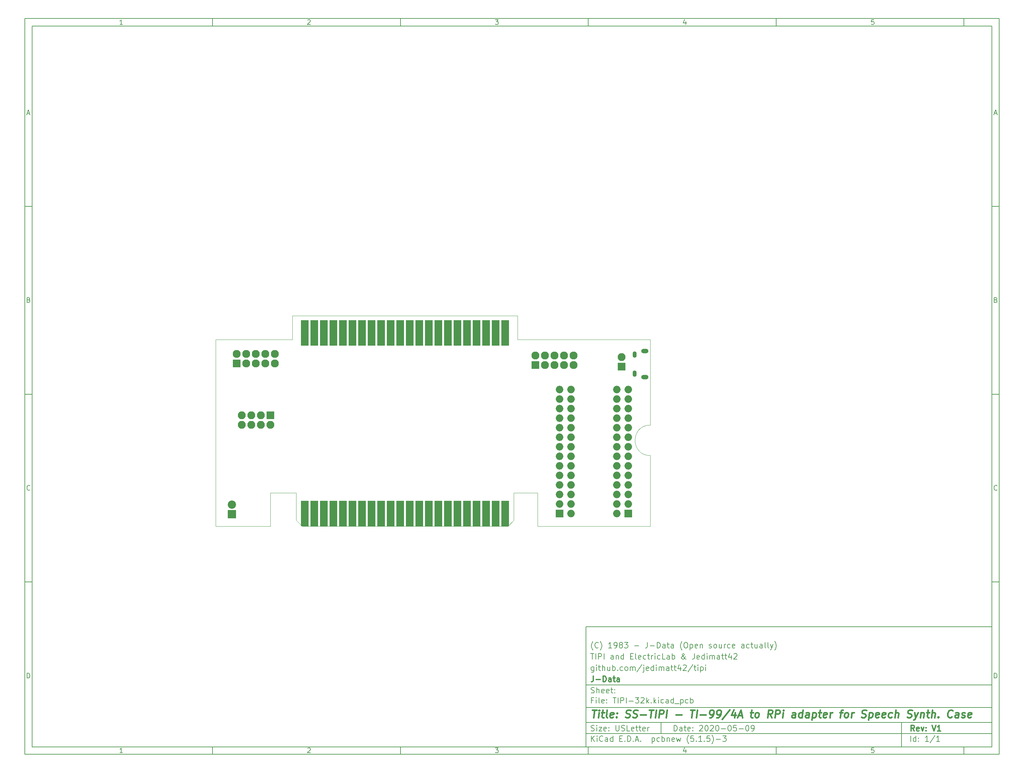
<source format=gbr>
G04 #@! TF.GenerationSoftware,KiCad,Pcbnew,(5.1.5)-3*
G04 #@! TF.CreationDate,2020-06-13T11:59:13-04:00*
G04 #@! TF.ProjectId,TIPI-32k,54495049-2d33-4326-9b2e-6b696361645f,V1*
G04 #@! TF.SameCoordinates,Original*
G04 #@! TF.FileFunction,Soldermask,Bot*
G04 #@! TF.FilePolarity,Negative*
%FSLAX46Y46*%
G04 Gerber Fmt 4.6, Leading zero omitted, Abs format (unit mm)*
G04 Created by KiCad (PCBNEW (5.1.5)-3) date 2020-06-13 11:59:13*
%MOMM*%
%LPD*%
G04 APERTURE LIST*
%ADD10C,0.100000*%
%ADD11C,0.150000*%
%ADD12C,0.300000*%
%ADD13C,0.400000*%
G04 #@! TA.AperFunction,Profile*
%ADD14C,0.025400*%
G04 #@! TD*
%ADD15O,2.100000X2.100000*%
%ADD16R,2.100000X2.100000*%
%ADD17O,1.950000X1.175000*%
%ADD18O,1.050000X1.700000*%
%ADD19R,2.127200X2.127200*%
%ADD20O,2.127200X2.127200*%
%ADD21O,2.000000X2.000000*%
%ADD22R,2.000000X2.000000*%
%ADD23R,2.000000X6.750000*%
%ADD24R,2.200000X2.200000*%
%ADD25C,2.200000*%
G04 APERTURE END LIST*
D10*
D11*
X159400000Y-171900000D02*
X159400000Y-203900000D01*
X267400000Y-203900000D01*
X267400000Y-171900000D01*
X159400000Y-171900000D01*
D10*
D11*
X10000000Y-10000000D02*
X10000000Y-205900000D01*
X269400000Y-205900000D01*
X269400000Y-10000000D01*
X10000000Y-10000000D01*
D10*
D11*
X12000000Y-12000000D02*
X12000000Y-203900000D01*
X267400000Y-203900000D01*
X267400000Y-12000000D01*
X12000000Y-12000000D01*
D10*
D11*
X60000000Y-12000000D02*
X60000000Y-10000000D01*
D10*
D11*
X110000000Y-12000000D02*
X110000000Y-10000000D01*
D10*
D11*
X160000000Y-12000000D02*
X160000000Y-10000000D01*
D10*
D11*
X210000000Y-12000000D02*
X210000000Y-10000000D01*
D10*
D11*
X260000000Y-12000000D02*
X260000000Y-10000000D01*
D10*
D11*
X36065476Y-11588095D02*
X35322619Y-11588095D01*
X35694047Y-11588095D02*
X35694047Y-10288095D01*
X35570238Y-10473809D01*
X35446428Y-10597619D01*
X35322619Y-10659523D01*
D10*
D11*
X85322619Y-10411904D02*
X85384523Y-10350000D01*
X85508333Y-10288095D01*
X85817857Y-10288095D01*
X85941666Y-10350000D01*
X86003571Y-10411904D01*
X86065476Y-10535714D01*
X86065476Y-10659523D01*
X86003571Y-10845238D01*
X85260714Y-11588095D01*
X86065476Y-11588095D01*
D10*
D11*
X135260714Y-10288095D02*
X136065476Y-10288095D01*
X135632142Y-10783333D01*
X135817857Y-10783333D01*
X135941666Y-10845238D01*
X136003571Y-10907142D01*
X136065476Y-11030952D01*
X136065476Y-11340476D01*
X136003571Y-11464285D01*
X135941666Y-11526190D01*
X135817857Y-11588095D01*
X135446428Y-11588095D01*
X135322619Y-11526190D01*
X135260714Y-11464285D01*
D10*
D11*
X185941666Y-10721428D02*
X185941666Y-11588095D01*
X185632142Y-10226190D02*
X185322619Y-11154761D01*
X186127380Y-11154761D01*
D10*
D11*
X236003571Y-10288095D02*
X235384523Y-10288095D01*
X235322619Y-10907142D01*
X235384523Y-10845238D01*
X235508333Y-10783333D01*
X235817857Y-10783333D01*
X235941666Y-10845238D01*
X236003571Y-10907142D01*
X236065476Y-11030952D01*
X236065476Y-11340476D01*
X236003571Y-11464285D01*
X235941666Y-11526190D01*
X235817857Y-11588095D01*
X235508333Y-11588095D01*
X235384523Y-11526190D01*
X235322619Y-11464285D01*
D10*
D11*
X60000000Y-203900000D02*
X60000000Y-205900000D01*
D10*
D11*
X110000000Y-203900000D02*
X110000000Y-205900000D01*
D10*
D11*
X160000000Y-203900000D02*
X160000000Y-205900000D01*
D10*
D11*
X210000000Y-203900000D02*
X210000000Y-205900000D01*
D10*
D11*
X260000000Y-203900000D02*
X260000000Y-205900000D01*
D10*
D11*
X36065476Y-205488095D02*
X35322619Y-205488095D01*
X35694047Y-205488095D02*
X35694047Y-204188095D01*
X35570238Y-204373809D01*
X35446428Y-204497619D01*
X35322619Y-204559523D01*
D10*
D11*
X85322619Y-204311904D02*
X85384523Y-204250000D01*
X85508333Y-204188095D01*
X85817857Y-204188095D01*
X85941666Y-204250000D01*
X86003571Y-204311904D01*
X86065476Y-204435714D01*
X86065476Y-204559523D01*
X86003571Y-204745238D01*
X85260714Y-205488095D01*
X86065476Y-205488095D01*
D10*
D11*
X135260714Y-204188095D02*
X136065476Y-204188095D01*
X135632142Y-204683333D01*
X135817857Y-204683333D01*
X135941666Y-204745238D01*
X136003571Y-204807142D01*
X136065476Y-204930952D01*
X136065476Y-205240476D01*
X136003571Y-205364285D01*
X135941666Y-205426190D01*
X135817857Y-205488095D01*
X135446428Y-205488095D01*
X135322619Y-205426190D01*
X135260714Y-205364285D01*
D10*
D11*
X185941666Y-204621428D02*
X185941666Y-205488095D01*
X185632142Y-204126190D02*
X185322619Y-205054761D01*
X186127380Y-205054761D01*
D10*
D11*
X236003571Y-204188095D02*
X235384523Y-204188095D01*
X235322619Y-204807142D01*
X235384523Y-204745238D01*
X235508333Y-204683333D01*
X235817857Y-204683333D01*
X235941666Y-204745238D01*
X236003571Y-204807142D01*
X236065476Y-204930952D01*
X236065476Y-205240476D01*
X236003571Y-205364285D01*
X235941666Y-205426190D01*
X235817857Y-205488095D01*
X235508333Y-205488095D01*
X235384523Y-205426190D01*
X235322619Y-205364285D01*
D10*
D11*
X10000000Y-60000000D02*
X12000000Y-60000000D01*
D10*
D11*
X10000000Y-110000000D02*
X12000000Y-110000000D01*
D10*
D11*
X10000000Y-160000000D02*
X12000000Y-160000000D01*
D10*
D11*
X10690476Y-35216666D02*
X11309523Y-35216666D01*
X10566666Y-35588095D02*
X11000000Y-34288095D01*
X11433333Y-35588095D01*
D10*
D11*
X11092857Y-84907142D02*
X11278571Y-84969047D01*
X11340476Y-85030952D01*
X11402380Y-85154761D01*
X11402380Y-85340476D01*
X11340476Y-85464285D01*
X11278571Y-85526190D01*
X11154761Y-85588095D01*
X10659523Y-85588095D01*
X10659523Y-84288095D01*
X11092857Y-84288095D01*
X11216666Y-84350000D01*
X11278571Y-84411904D01*
X11340476Y-84535714D01*
X11340476Y-84659523D01*
X11278571Y-84783333D01*
X11216666Y-84845238D01*
X11092857Y-84907142D01*
X10659523Y-84907142D01*
D10*
D11*
X11402380Y-135464285D02*
X11340476Y-135526190D01*
X11154761Y-135588095D01*
X11030952Y-135588095D01*
X10845238Y-135526190D01*
X10721428Y-135402380D01*
X10659523Y-135278571D01*
X10597619Y-135030952D01*
X10597619Y-134845238D01*
X10659523Y-134597619D01*
X10721428Y-134473809D01*
X10845238Y-134350000D01*
X11030952Y-134288095D01*
X11154761Y-134288095D01*
X11340476Y-134350000D01*
X11402380Y-134411904D01*
D10*
D11*
X10659523Y-185588095D02*
X10659523Y-184288095D01*
X10969047Y-184288095D01*
X11154761Y-184350000D01*
X11278571Y-184473809D01*
X11340476Y-184597619D01*
X11402380Y-184845238D01*
X11402380Y-185030952D01*
X11340476Y-185278571D01*
X11278571Y-185402380D01*
X11154761Y-185526190D01*
X10969047Y-185588095D01*
X10659523Y-185588095D01*
D10*
D11*
X269400000Y-60000000D02*
X267400000Y-60000000D01*
D10*
D11*
X269400000Y-110000000D02*
X267400000Y-110000000D01*
D10*
D11*
X269400000Y-160000000D02*
X267400000Y-160000000D01*
D10*
D11*
X268090476Y-35216666D02*
X268709523Y-35216666D01*
X267966666Y-35588095D02*
X268400000Y-34288095D01*
X268833333Y-35588095D01*
D10*
D11*
X268492857Y-84907142D02*
X268678571Y-84969047D01*
X268740476Y-85030952D01*
X268802380Y-85154761D01*
X268802380Y-85340476D01*
X268740476Y-85464285D01*
X268678571Y-85526190D01*
X268554761Y-85588095D01*
X268059523Y-85588095D01*
X268059523Y-84288095D01*
X268492857Y-84288095D01*
X268616666Y-84350000D01*
X268678571Y-84411904D01*
X268740476Y-84535714D01*
X268740476Y-84659523D01*
X268678571Y-84783333D01*
X268616666Y-84845238D01*
X268492857Y-84907142D01*
X268059523Y-84907142D01*
D10*
D11*
X268802380Y-135464285D02*
X268740476Y-135526190D01*
X268554761Y-135588095D01*
X268430952Y-135588095D01*
X268245238Y-135526190D01*
X268121428Y-135402380D01*
X268059523Y-135278571D01*
X267997619Y-135030952D01*
X267997619Y-134845238D01*
X268059523Y-134597619D01*
X268121428Y-134473809D01*
X268245238Y-134350000D01*
X268430952Y-134288095D01*
X268554761Y-134288095D01*
X268740476Y-134350000D01*
X268802380Y-134411904D01*
D10*
D11*
X268059523Y-185588095D02*
X268059523Y-184288095D01*
X268369047Y-184288095D01*
X268554761Y-184350000D01*
X268678571Y-184473809D01*
X268740476Y-184597619D01*
X268802380Y-184845238D01*
X268802380Y-185030952D01*
X268740476Y-185278571D01*
X268678571Y-185402380D01*
X268554761Y-185526190D01*
X268369047Y-185588095D01*
X268059523Y-185588095D01*
D10*
D11*
X182832142Y-199678571D02*
X182832142Y-198178571D01*
X183189285Y-198178571D01*
X183403571Y-198250000D01*
X183546428Y-198392857D01*
X183617857Y-198535714D01*
X183689285Y-198821428D01*
X183689285Y-199035714D01*
X183617857Y-199321428D01*
X183546428Y-199464285D01*
X183403571Y-199607142D01*
X183189285Y-199678571D01*
X182832142Y-199678571D01*
X184975000Y-199678571D02*
X184975000Y-198892857D01*
X184903571Y-198750000D01*
X184760714Y-198678571D01*
X184475000Y-198678571D01*
X184332142Y-198750000D01*
X184975000Y-199607142D02*
X184832142Y-199678571D01*
X184475000Y-199678571D01*
X184332142Y-199607142D01*
X184260714Y-199464285D01*
X184260714Y-199321428D01*
X184332142Y-199178571D01*
X184475000Y-199107142D01*
X184832142Y-199107142D01*
X184975000Y-199035714D01*
X185475000Y-198678571D02*
X186046428Y-198678571D01*
X185689285Y-198178571D02*
X185689285Y-199464285D01*
X185760714Y-199607142D01*
X185903571Y-199678571D01*
X186046428Y-199678571D01*
X187117857Y-199607142D02*
X186975000Y-199678571D01*
X186689285Y-199678571D01*
X186546428Y-199607142D01*
X186475000Y-199464285D01*
X186475000Y-198892857D01*
X186546428Y-198750000D01*
X186689285Y-198678571D01*
X186975000Y-198678571D01*
X187117857Y-198750000D01*
X187189285Y-198892857D01*
X187189285Y-199035714D01*
X186475000Y-199178571D01*
X187832142Y-199535714D02*
X187903571Y-199607142D01*
X187832142Y-199678571D01*
X187760714Y-199607142D01*
X187832142Y-199535714D01*
X187832142Y-199678571D01*
X187832142Y-198750000D02*
X187903571Y-198821428D01*
X187832142Y-198892857D01*
X187760714Y-198821428D01*
X187832142Y-198750000D01*
X187832142Y-198892857D01*
X189617857Y-198321428D02*
X189689285Y-198250000D01*
X189832142Y-198178571D01*
X190189285Y-198178571D01*
X190332142Y-198250000D01*
X190403571Y-198321428D01*
X190475000Y-198464285D01*
X190475000Y-198607142D01*
X190403571Y-198821428D01*
X189546428Y-199678571D01*
X190475000Y-199678571D01*
X191403571Y-198178571D02*
X191546428Y-198178571D01*
X191689285Y-198250000D01*
X191760714Y-198321428D01*
X191832142Y-198464285D01*
X191903571Y-198750000D01*
X191903571Y-199107142D01*
X191832142Y-199392857D01*
X191760714Y-199535714D01*
X191689285Y-199607142D01*
X191546428Y-199678571D01*
X191403571Y-199678571D01*
X191260714Y-199607142D01*
X191189285Y-199535714D01*
X191117857Y-199392857D01*
X191046428Y-199107142D01*
X191046428Y-198750000D01*
X191117857Y-198464285D01*
X191189285Y-198321428D01*
X191260714Y-198250000D01*
X191403571Y-198178571D01*
X192475000Y-198321428D02*
X192546428Y-198250000D01*
X192689285Y-198178571D01*
X193046428Y-198178571D01*
X193189285Y-198250000D01*
X193260714Y-198321428D01*
X193332142Y-198464285D01*
X193332142Y-198607142D01*
X193260714Y-198821428D01*
X192403571Y-199678571D01*
X193332142Y-199678571D01*
X194260714Y-198178571D02*
X194403571Y-198178571D01*
X194546428Y-198250000D01*
X194617857Y-198321428D01*
X194689285Y-198464285D01*
X194760714Y-198750000D01*
X194760714Y-199107142D01*
X194689285Y-199392857D01*
X194617857Y-199535714D01*
X194546428Y-199607142D01*
X194403571Y-199678571D01*
X194260714Y-199678571D01*
X194117857Y-199607142D01*
X194046428Y-199535714D01*
X193975000Y-199392857D01*
X193903571Y-199107142D01*
X193903571Y-198750000D01*
X193975000Y-198464285D01*
X194046428Y-198321428D01*
X194117857Y-198250000D01*
X194260714Y-198178571D01*
X195403571Y-199107142D02*
X196546428Y-199107142D01*
X197546428Y-198178571D02*
X197689285Y-198178571D01*
X197832142Y-198250000D01*
X197903571Y-198321428D01*
X197975000Y-198464285D01*
X198046428Y-198750000D01*
X198046428Y-199107142D01*
X197975000Y-199392857D01*
X197903571Y-199535714D01*
X197832142Y-199607142D01*
X197689285Y-199678571D01*
X197546428Y-199678571D01*
X197403571Y-199607142D01*
X197332142Y-199535714D01*
X197260714Y-199392857D01*
X197189285Y-199107142D01*
X197189285Y-198750000D01*
X197260714Y-198464285D01*
X197332142Y-198321428D01*
X197403571Y-198250000D01*
X197546428Y-198178571D01*
X199403571Y-198178571D02*
X198689285Y-198178571D01*
X198617857Y-198892857D01*
X198689285Y-198821428D01*
X198832142Y-198750000D01*
X199189285Y-198750000D01*
X199332142Y-198821428D01*
X199403571Y-198892857D01*
X199475000Y-199035714D01*
X199475000Y-199392857D01*
X199403571Y-199535714D01*
X199332142Y-199607142D01*
X199189285Y-199678571D01*
X198832142Y-199678571D01*
X198689285Y-199607142D01*
X198617857Y-199535714D01*
X200117857Y-199107142D02*
X201260714Y-199107142D01*
X202260714Y-198178571D02*
X202403571Y-198178571D01*
X202546428Y-198250000D01*
X202617857Y-198321428D01*
X202689285Y-198464285D01*
X202760714Y-198750000D01*
X202760714Y-199107142D01*
X202689285Y-199392857D01*
X202617857Y-199535714D01*
X202546428Y-199607142D01*
X202403571Y-199678571D01*
X202260714Y-199678571D01*
X202117857Y-199607142D01*
X202046428Y-199535714D01*
X201975000Y-199392857D01*
X201903571Y-199107142D01*
X201903571Y-198750000D01*
X201975000Y-198464285D01*
X202046428Y-198321428D01*
X202117857Y-198250000D01*
X202260714Y-198178571D01*
X203475000Y-199678571D02*
X203760714Y-199678571D01*
X203903571Y-199607142D01*
X203975000Y-199535714D01*
X204117857Y-199321428D01*
X204189285Y-199035714D01*
X204189285Y-198464285D01*
X204117857Y-198321428D01*
X204046428Y-198250000D01*
X203903571Y-198178571D01*
X203617857Y-198178571D01*
X203475000Y-198250000D01*
X203403571Y-198321428D01*
X203332142Y-198464285D01*
X203332142Y-198821428D01*
X203403571Y-198964285D01*
X203475000Y-199035714D01*
X203617857Y-199107142D01*
X203903571Y-199107142D01*
X204046428Y-199035714D01*
X204117857Y-198964285D01*
X204189285Y-198821428D01*
D10*
D11*
X159400000Y-200400000D02*
X267400000Y-200400000D01*
D10*
D11*
X160832142Y-202478571D02*
X160832142Y-200978571D01*
X161689285Y-202478571D02*
X161046428Y-201621428D01*
X161689285Y-200978571D02*
X160832142Y-201835714D01*
X162332142Y-202478571D02*
X162332142Y-201478571D01*
X162332142Y-200978571D02*
X162260714Y-201050000D01*
X162332142Y-201121428D01*
X162403571Y-201050000D01*
X162332142Y-200978571D01*
X162332142Y-201121428D01*
X163903571Y-202335714D02*
X163832142Y-202407142D01*
X163617857Y-202478571D01*
X163475000Y-202478571D01*
X163260714Y-202407142D01*
X163117857Y-202264285D01*
X163046428Y-202121428D01*
X162975000Y-201835714D01*
X162975000Y-201621428D01*
X163046428Y-201335714D01*
X163117857Y-201192857D01*
X163260714Y-201050000D01*
X163475000Y-200978571D01*
X163617857Y-200978571D01*
X163832142Y-201050000D01*
X163903571Y-201121428D01*
X165189285Y-202478571D02*
X165189285Y-201692857D01*
X165117857Y-201550000D01*
X164975000Y-201478571D01*
X164689285Y-201478571D01*
X164546428Y-201550000D01*
X165189285Y-202407142D02*
X165046428Y-202478571D01*
X164689285Y-202478571D01*
X164546428Y-202407142D01*
X164475000Y-202264285D01*
X164475000Y-202121428D01*
X164546428Y-201978571D01*
X164689285Y-201907142D01*
X165046428Y-201907142D01*
X165189285Y-201835714D01*
X166546428Y-202478571D02*
X166546428Y-200978571D01*
X166546428Y-202407142D02*
X166403571Y-202478571D01*
X166117857Y-202478571D01*
X165975000Y-202407142D01*
X165903571Y-202335714D01*
X165832142Y-202192857D01*
X165832142Y-201764285D01*
X165903571Y-201621428D01*
X165975000Y-201550000D01*
X166117857Y-201478571D01*
X166403571Y-201478571D01*
X166546428Y-201550000D01*
X168403571Y-201692857D02*
X168903571Y-201692857D01*
X169117857Y-202478571D02*
X168403571Y-202478571D01*
X168403571Y-200978571D01*
X169117857Y-200978571D01*
X169760714Y-202335714D02*
X169832142Y-202407142D01*
X169760714Y-202478571D01*
X169689285Y-202407142D01*
X169760714Y-202335714D01*
X169760714Y-202478571D01*
X170475000Y-202478571D02*
X170475000Y-200978571D01*
X170832142Y-200978571D01*
X171046428Y-201050000D01*
X171189285Y-201192857D01*
X171260714Y-201335714D01*
X171332142Y-201621428D01*
X171332142Y-201835714D01*
X171260714Y-202121428D01*
X171189285Y-202264285D01*
X171046428Y-202407142D01*
X170832142Y-202478571D01*
X170475000Y-202478571D01*
X171975000Y-202335714D02*
X172046428Y-202407142D01*
X171975000Y-202478571D01*
X171903571Y-202407142D01*
X171975000Y-202335714D01*
X171975000Y-202478571D01*
X172617857Y-202050000D02*
X173332142Y-202050000D01*
X172475000Y-202478571D02*
X172975000Y-200978571D01*
X173475000Y-202478571D01*
X173975000Y-202335714D02*
X174046428Y-202407142D01*
X173975000Y-202478571D01*
X173903571Y-202407142D01*
X173975000Y-202335714D01*
X173975000Y-202478571D01*
X176975000Y-201478571D02*
X176975000Y-202978571D01*
X176975000Y-201550000D02*
X177117857Y-201478571D01*
X177403571Y-201478571D01*
X177546428Y-201550000D01*
X177617857Y-201621428D01*
X177689285Y-201764285D01*
X177689285Y-202192857D01*
X177617857Y-202335714D01*
X177546428Y-202407142D01*
X177403571Y-202478571D01*
X177117857Y-202478571D01*
X176975000Y-202407142D01*
X178975000Y-202407142D02*
X178832142Y-202478571D01*
X178546428Y-202478571D01*
X178403571Y-202407142D01*
X178332142Y-202335714D01*
X178260714Y-202192857D01*
X178260714Y-201764285D01*
X178332142Y-201621428D01*
X178403571Y-201550000D01*
X178546428Y-201478571D01*
X178832142Y-201478571D01*
X178975000Y-201550000D01*
X179617857Y-202478571D02*
X179617857Y-200978571D01*
X179617857Y-201550000D02*
X179760714Y-201478571D01*
X180046428Y-201478571D01*
X180189285Y-201550000D01*
X180260714Y-201621428D01*
X180332142Y-201764285D01*
X180332142Y-202192857D01*
X180260714Y-202335714D01*
X180189285Y-202407142D01*
X180046428Y-202478571D01*
X179760714Y-202478571D01*
X179617857Y-202407142D01*
X180975000Y-201478571D02*
X180975000Y-202478571D01*
X180975000Y-201621428D02*
X181046428Y-201550000D01*
X181189285Y-201478571D01*
X181403571Y-201478571D01*
X181546428Y-201550000D01*
X181617857Y-201692857D01*
X181617857Y-202478571D01*
X182903571Y-202407142D02*
X182760714Y-202478571D01*
X182475000Y-202478571D01*
X182332142Y-202407142D01*
X182260714Y-202264285D01*
X182260714Y-201692857D01*
X182332142Y-201550000D01*
X182475000Y-201478571D01*
X182760714Y-201478571D01*
X182903571Y-201550000D01*
X182975000Y-201692857D01*
X182975000Y-201835714D01*
X182260714Y-201978571D01*
X183475000Y-201478571D02*
X183760714Y-202478571D01*
X184046428Y-201764285D01*
X184332142Y-202478571D01*
X184617857Y-201478571D01*
X186760714Y-203050000D02*
X186689285Y-202978571D01*
X186546428Y-202764285D01*
X186475000Y-202621428D01*
X186403571Y-202407142D01*
X186332142Y-202050000D01*
X186332142Y-201764285D01*
X186403571Y-201407142D01*
X186475000Y-201192857D01*
X186546428Y-201050000D01*
X186689285Y-200835714D01*
X186760714Y-200764285D01*
X188046428Y-200978571D02*
X187332142Y-200978571D01*
X187260714Y-201692857D01*
X187332142Y-201621428D01*
X187475000Y-201550000D01*
X187832142Y-201550000D01*
X187975000Y-201621428D01*
X188046428Y-201692857D01*
X188117857Y-201835714D01*
X188117857Y-202192857D01*
X188046428Y-202335714D01*
X187975000Y-202407142D01*
X187832142Y-202478571D01*
X187475000Y-202478571D01*
X187332142Y-202407142D01*
X187260714Y-202335714D01*
X188760714Y-202335714D02*
X188832142Y-202407142D01*
X188760714Y-202478571D01*
X188689285Y-202407142D01*
X188760714Y-202335714D01*
X188760714Y-202478571D01*
X190260714Y-202478571D02*
X189403571Y-202478571D01*
X189832142Y-202478571D02*
X189832142Y-200978571D01*
X189689285Y-201192857D01*
X189546428Y-201335714D01*
X189403571Y-201407142D01*
X190903571Y-202335714D02*
X190975000Y-202407142D01*
X190903571Y-202478571D01*
X190832142Y-202407142D01*
X190903571Y-202335714D01*
X190903571Y-202478571D01*
X192332142Y-200978571D02*
X191617857Y-200978571D01*
X191546428Y-201692857D01*
X191617857Y-201621428D01*
X191760714Y-201550000D01*
X192117857Y-201550000D01*
X192260714Y-201621428D01*
X192332142Y-201692857D01*
X192403571Y-201835714D01*
X192403571Y-202192857D01*
X192332142Y-202335714D01*
X192260714Y-202407142D01*
X192117857Y-202478571D01*
X191760714Y-202478571D01*
X191617857Y-202407142D01*
X191546428Y-202335714D01*
X192903571Y-203050000D02*
X192975000Y-202978571D01*
X193117857Y-202764285D01*
X193189285Y-202621428D01*
X193260714Y-202407142D01*
X193332142Y-202050000D01*
X193332142Y-201764285D01*
X193260714Y-201407142D01*
X193189285Y-201192857D01*
X193117857Y-201050000D01*
X192975000Y-200835714D01*
X192903571Y-200764285D01*
X194046428Y-201907142D02*
X195189285Y-201907142D01*
X195760714Y-200978571D02*
X196689285Y-200978571D01*
X196189285Y-201550000D01*
X196403571Y-201550000D01*
X196546428Y-201621428D01*
X196617857Y-201692857D01*
X196689285Y-201835714D01*
X196689285Y-202192857D01*
X196617857Y-202335714D01*
X196546428Y-202407142D01*
X196403571Y-202478571D01*
X195975000Y-202478571D01*
X195832142Y-202407142D01*
X195760714Y-202335714D01*
D10*
D11*
X159400000Y-197400000D02*
X267400000Y-197400000D01*
D10*
D12*
X246809285Y-199678571D02*
X246309285Y-198964285D01*
X245952142Y-199678571D02*
X245952142Y-198178571D01*
X246523571Y-198178571D01*
X246666428Y-198250000D01*
X246737857Y-198321428D01*
X246809285Y-198464285D01*
X246809285Y-198678571D01*
X246737857Y-198821428D01*
X246666428Y-198892857D01*
X246523571Y-198964285D01*
X245952142Y-198964285D01*
X248023571Y-199607142D02*
X247880714Y-199678571D01*
X247595000Y-199678571D01*
X247452142Y-199607142D01*
X247380714Y-199464285D01*
X247380714Y-198892857D01*
X247452142Y-198750000D01*
X247595000Y-198678571D01*
X247880714Y-198678571D01*
X248023571Y-198750000D01*
X248095000Y-198892857D01*
X248095000Y-199035714D01*
X247380714Y-199178571D01*
X248595000Y-198678571D02*
X248952142Y-199678571D01*
X249309285Y-198678571D01*
X249880714Y-199535714D02*
X249952142Y-199607142D01*
X249880714Y-199678571D01*
X249809285Y-199607142D01*
X249880714Y-199535714D01*
X249880714Y-199678571D01*
X249880714Y-198750000D02*
X249952142Y-198821428D01*
X249880714Y-198892857D01*
X249809285Y-198821428D01*
X249880714Y-198750000D01*
X249880714Y-198892857D01*
X251523571Y-198178571D02*
X252023571Y-199678571D01*
X252523571Y-198178571D01*
X253809285Y-199678571D02*
X252952142Y-199678571D01*
X253380714Y-199678571D02*
X253380714Y-198178571D01*
X253237857Y-198392857D01*
X253095000Y-198535714D01*
X252952142Y-198607142D01*
D10*
D11*
X160760714Y-199607142D02*
X160975000Y-199678571D01*
X161332142Y-199678571D01*
X161475000Y-199607142D01*
X161546428Y-199535714D01*
X161617857Y-199392857D01*
X161617857Y-199250000D01*
X161546428Y-199107142D01*
X161475000Y-199035714D01*
X161332142Y-198964285D01*
X161046428Y-198892857D01*
X160903571Y-198821428D01*
X160832142Y-198750000D01*
X160760714Y-198607142D01*
X160760714Y-198464285D01*
X160832142Y-198321428D01*
X160903571Y-198250000D01*
X161046428Y-198178571D01*
X161403571Y-198178571D01*
X161617857Y-198250000D01*
X162260714Y-199678571D02*
X162260714Y-198678571D01*
X162260714Y-198178571D02*
X162189285Y-198250000D01*
X162260714Y-198321428D01*
X162332142Y-198250000D01*
X162260714Y-198178571D01*
X162260714Y-198321428D01*
X162832142Y-198678571D02*
X163617857Y-198678571D01*
X162832142Y-199678571D01*
X163617857Y-199678571D01*
X164760714Y-199607142D02*
X164617857Y-199678571D01*
X164332142Y-199678571D01*
X164189285Y-199607142D01*
X164117857Y-199464285D01*
X164117857Y-198892857D01*
X164189285Y-198750000D01*
X164332142Y-198678571D01*
X164617857Y-198678571D01*
X164760714Y-198750000D01*
X164832142Y-198892857D01*
X164832142Y-199035714D01*
X164117857Y-199178571D01*
X165475000Y-199535714D02*
X165546428Y-199607142D01*
X165475000Y-199678571D01*
X165403571Y-199607142D01*
X165475000Y-199535714D01*
X165475000Y-199678571D01*
X165475000Y-198750000D02*
X165546428Y-198821428D01*
X165475000Y-198892857D01*
X165403571Y-198821428D01*
X165475000Y-198750000D01*
X165475000Y-198892857D01*
X167332142Y-198178571D02*
X167332142Y-199392857D01*
X167403571Y-199535714D01*
X167475000Y-199607142D01*
X167617857Y-199678571D01*
X167903571Y-199678571D01*
X168046428Y-199607142D01*
X168117857Y-199535714D01*
X168189285Y-199392857D01*
X168189285Y-198178571D01*
X168832142Y-199607142D02*
X169046428Y-199678571D01*
X169403571Y-199678571D01*
X169546428Y-199607142D01*
X169617857Y-199535714D01*
X169689285Y-199392857D01*
X169689285Y-199250000D01*
X169617857Y-199107142D01*
X169546428Y-199035714D01*
X169403571Y-198964285D01*
X169117857Y-198892857D01*
X168975000Y-198821428D01*
X168903571Y-198750000D01*
X168832142Y-198607142D01*
X168832142Y-198464285D01*
X168903571Y-198321428D01*
X168975000Y-198250000D01*
X169117857Y-198178571D01*
X169475000Y-198178571D01*
X169689285Y-198250000D01*
X171046428Y-199678571D02*
X170332142Y-199678571D01*
X170332142Y-198178571D01*
X172117857Y-199607142D02*
X171975000Y-199678571D01*
X171689285Y-199678571D01*
X171546428Y-199607142D01*
X171475000Y-199464285D01*
X171475000Y-198892857D01*
X171546428Y-198750000D01*
X171689285Y-198678571D01*
X171975000Y-198678571D01*
X172117857Y-198750000D01*
X172189285Y-198892857D01*
X172189285Y-199035714D01*
X171475000Y-199178571D01*
X172617857Y-198678571D02*
X173189285Y-198678571D01*
X172832142Y-198178571D02*
X172832142Y-199464285D01*
X172903571Y-199607142D01*
X173046428Y-199678571D01*
X173189285Y-199678571D01*
X173475000Y-198678571D02*
X174046428Y-198678571D01*
X173689285Y-198178571D02*
X173689285Y-199464285D01*
X173760714Y-199607142D01*
X173903571Y-199678571D01*
X174046428Y-199678571D01*
X175117857Y-199607142D02*
X174975000Y-199678571D01*
X174689285Y-199678571D01*
X174546428Y-199607142D01*
X174475000Y-199464285D01*
X174475000Y-198892857D01*
X174546428Y-198750000D01*
X174689285Y-198678571D01*
X174975000Y-198678571D01*
X175117857Y-198750000D01*
X175189285Y-198892857D01*
X175189285Y-199035714D01*
X174475000Y-199178571D01*
X175832142Y-199678571D02*
X175832142Y-198678571D01*
X175832142Y-198964285D02*
X175903571Y-198821428D01*
X175975000Y-198750000D01*
X176117857Y-198678571D01*
X176260714Y-198678571D01*
D10*
D11*
X245832142Y-202478571D02*
X245832142Y-200978571D01*
X247189285Y-202478571D02*
X247189285Y-200978571D01*
X247189285Y-202407142D02*
X247046428Y-202478571D01*
X246760714Y-202478571D01*
X246617857Y-202407142D01*
X246546428Y-202335714D01*
X246475000Y-202192857D01*
X246475000Y-201764285D01*
X246546428Y-201621428D01*
X246617857Y-201550000D01*
X246760714Y-201478571D01*
X247046428Y-201478571D01*
X247189285Y-201550000D01*
X247903571Y-202335714D02*
X247975000Y-202407142D01*
X247903571Y-202478571D01*
X247832142Y-202407142D01*
X247903571Y-202335714D01*
X247903571Y-202478571D01*
X247903571Y-201550000D02*
X247975000Y-201621428D01*
X247903571Y-201692857D01*
X247832142Y-201621428D01*
X247903571Y-201550000D01*
X247903571Y-201692857D01*
X250546428Y-202478571D02*
X249689285Y-202478571D01*
X250117857Y-202478571D02*
X250117857Y-200978571D01*
X249975000Y-201192857D01*
X249832142Y-201335714D01*
X249689285Y-201407142D01*
X252260714Y-200907142D02*
X250975000Y-202835714D01*
X253546428Y-202478571D02*
X252689285Y-202478571D01*
X253117857Y-202478571D02*
X253117857Y-200978571D01*
X252975000Y-201192857D01*
X252832142Y-201335714D01*
X252689285Y-201407142D01*
D10*
D11*
X159400000Y-193400000D02*
X267400000Y-193400000D01*
D10*
D13*
X161112380Y-194104761D02*
X162255238Y-194104761D01*
X161433809Y-196104761D02*
X161683809Y-194104761D01*
X162671904Y-196104761D02*
X162838571Y-194771428D01*
X162921904Y-194104761D02*
X162814761Y-194200000D01*
X162898095Y-194295238D01*
X163005238Y-194200000D01*
X162921904Y-194104761D01*
X162898095Y-194295238D01*
X163505238Y-194771428D02*
X164267142Y-194771428D01*
X163874285Y-194104761D02*
X163660000Y-195819047D01*
X163731428Y-196009523D01*
X163910000Y-196104761D01*
X164100476Y-196104761D01*
X165052857Y-196104761D02*
X164874285Y-196009523D01*
X164802857Y-195819047D01*
X165017142Y-194104761D01*
X166588571Y-196009523D02*
X166386190Y-196104761D01*
X166005238Y-196104761D01*
X165826666Y-196009523D01*
X165755238Y-195819047D01*
X165850476Y-195057142D01*
X165969523Y-194866666D01*
X166171904Y-194771428D01*
X166552857Y-194771428D01*
X166731428Y-194866666D01*
X166802857Y-195057142D01*
X166779047Y-195247619D01*
X165802857Y-195438095D01*
X167552857Y-195914285D02*
X167636190Y-196009523D01*
X167529047Y-196104761D01*
X167445714Y-196009523D01*
X167552857Y-195914285D01*
X167529047Y-196104761D01*
X167683809Y-194866666D02*
X167767142Y-194961904D01*
X167660000Y-195057142D01*
X167576666Y-194961904D01*
X167683809Y-194866666D01*
X167660000Y-195057142D01*
X169921904Y-196009523D02*
X170195714Y-196104761D01*
X170671904Y-196104761D01*
X170874285Y-196009523D01*
X170981428Y-195914285D01*
X171100476Y-195723809D01*
X171124285Y-195533333D01*
X171052857Y-195342857D01*
X170969523Y-195247619D01*
X170790952Y-195152380D01*
X170421904Y-195057142D01*
X170243333Y-194961904D01*
X170160000Y-194866666D01*
X170088571Y-194676190D01*
X170112380Y-194485714D01*
X170231428Y-194295238D01*
X170338571Y-194200000D01*
X170540952Y-194104761D01*
X171017142Y-194104761D01*
X171290952Y-194200000D01*
X171826666Y-196009523D02*
X172100476Y-196104761D01*
X172576666Y-196104761D01*
X172779047Y-196009523D01*
X172886190Y-195914285D01*
X173005238Y-195723809D01*
X173029047Y-195533333D01*
X172957619Y-195342857D01*
X172874285Y-195247619D01*
X172695714Y-195152380D01*
X172326666Y-195057142D01*
X172148095Y-194961904D01*
X172064761Y-194866666D01*
X171993333Y-194676190D01*
X172017142Y-194485714D01*
X172136190Y-194295238D01*
X172243333Y-194200000D01*
X172445714Y-194104761D01*
X172921904Y-194104761D01*
X173195714Y-194200000D01*
X173910000Y-195342857D02*
X175433809Y-195342857D01*
X176255238Y-194104761D02*
X177398095Y-194104761D01*
X176576666Y-196104761D02*
X176826666Y-194104761D01*
X177814761Y-196104761D02*
X178064761Y-194104761D01*
X178767142Y-196104761D02*
X179017142Y-194104761D01*
X179779047Y-194104761D01*
X179957619Y-194200000D01*
X180040952Y-194295238D01*
X180112380Y-194485714D01*
X180076666Y-194771428D01*
X179957619Y-194961904D01*
X179850476Y-195057142D01*
X179648095Y-195152380D01*
X178886190Y-195152380D01*
X180767142Y-196104761D02*
X181017142Y-194104761D01*
X183338571Y-195342857D02*
X184862380Y-195342857D01*
X187207619Y-194104761D02*
X188350476Y-194104761D01*
X187529047Y-196104761D02*
X187779047Y-194104761D01*
X188767142Y-196104761D02*
X189017142Y-194104761D01*
X189814761Y-195342857D02*
X191338571Y-195342857D01*
X192290952Y-196104761D02*
X192671904Y-196104761D01*
X192874285Y-196009523D01*
X192981428Y-195914285D01*
X193207619Y-195628571D01*
X193350476Y-195247619D01*
X193445714Y-194485714D01*
X193374285Y-194295238D01*
X193290952Y-194200000D01*
X193112380Y-194104761D01*
X192731428Y-194104761D01*
X192529047Y-194200000D01*
X192421904Y-194295238D01*
X192302857Y-194485714D01*
X192243333Y-194961904D01*
X192314761Y-195152380D01*
X192398095Y-195247619D01*
X192576666Y-195342857D01*
X192957619Y-195342857D01*
X193160000Y-195247619D01*
X193267142Y-195152380D01*
X193386190Y-194961904D01*
X194195714Y-196104761D02*
X194576666Y-196104761D01*
X194779047Y-196009523D01*
X194886190Y-195914285D01*
X195112380Y-195628571D01*
X195255238Y-195247619D01*
X195350476Y-194485714D01*
X195279047Y-194295238D01*
X195195714Y-194200000D01*
X195017142Y-194104761D01*
X194636190Y-194104761D01*
X194433809Y-194200000D01*
X194326666Y-194295238D01*
X194207619Y-194485714D01*
X194148095Y-194961904D01*
X194219523Y-195152380D01*
X194302857Y-195247619D01*
X194481428Y-195342857D01*
X194862380Y-195342857D01*
X195064761Y-195247619D01*
X195171904Y-195152380D01*
X195290952Y-194961904D01*
X197695714Y-194009523D02*
X195660000Y-196580952D01*
X199124285Y-194771428D02*
X198957619Y-196104761D01*
X198743333Y-194009523D02*
X198088571Y-195438095D01*
X199326666Y-195438095D01*
X199981428Y-195533333D02*
X200933809Y-195533333D01*
X199719523Y-196104761D02*
X200636190Y-194104761D01*
X201052857Y-196104761D01*
X203124285Y-194771428D02*
X203886190Y-194771428D01*
X203493333Y-194104761D02*
X203279047Y-195819047D01*
X203350476Y-196009523D01*
X203529047Y-196104761D01*
X203719523Y-196104761D01*
X204671904Y-196104761D02*
X204493333Y-196009523D01*
X204410000Y-195914285D01*
X204338571Y-195723809D01*
X204410000Y-195152380D01*
X204529047Y-194961904D01*
X204636190Y-194866666D01*
X204838571Y-194771428D01*
X205124285Y-194771428D01*
X205302857Y-194866666D01*
X205386190Y-194961904D01*
X205457619Y-195152380D01*
X205386190Y-195723809D01*
X205267142Y-195914285D01*
X205160000Y-196009523D01*
X204957619Y-196104761D01*
X204671904Y-196104761D01*
X208862380Y-196104761D02*
X208314761Y-195152380D01*
X207719523Y-196104761D02*
X207969523Y-194104761D01*
X208731428Y-194104761D01*
X208910000Y-194200000D01*
X208993333Y-194295238D01*
X209064761Y-194485714D01*
X209029047Y-194771428D01*
X208910000Y-194961904D01*
X208802857Y-195057142D01*
X208600476Y-195152380D01*
X207838571Y-195152380D01*
X209719523Y-196104761D02*
X209969523Y-194104761D01*
X210731428Y-194104761D01*
X210910000Y-194200000D01*
X210993333Y-194295238D01*
X211064761Y-194485714D01*
X211029047Y-194771428D01*
X210910000Y-194961904D01*
X210802857Y-195057142D01*
X210600476Y-195152380D01*
X209838571Y-195152380D01*
X211719523Y-196104761D02*
X211886190Y-194771428D01*
X211969523Y-194104761D02*
X211862380Y-194200000D01*
X211945714Y-194295238D01*
X212052857Y-194200000D01*
X211969523Y-194104761D01*
X211945714Y-194295238D01*
X215052857Y-196104761D02*
X215183809Y-195057142D01*
X215112380Y-194866666D01*
X214933809Y-194771428D01*
X214552857Y-194771428D01*
X214350476Y-194866666D01*
X215064761Y-196009523D02*
X214862380Y-196104761D01*
X214386190Y-196104761D01*
X214207619Y-196009523D01*
X214136190Y-195819047D01*
X214160000Y-195628571D01*
X214279047Y-195438095D01*
X214481428Y-195342857D01*
X214957619Y-195342857D01*
X215160000Y-195247619D01*
X216862380Y-196104761D02*
X217112380Y-194104761D01*
X216874285Y-196009523D02*
X216671904Y-196104761D01*
X216290952Y-196104761D01*
X216112380Y-196009523D01*
X216029047Y-195914285D01*
X215957619Y-195723809D01*
X216029047Y-195152380D01*
X216148095Y-194961904D01*
X216255238Y-194866666D01*
X216457619Y-194771428D01*
X216838571Y-194771428D01*
X217017142Y-194866666D01*
X218671904Y-196104761D02*
X218802857Y-195057142D01*
X218731428Y-194866666D01*
X218552857Y-194771428D01*
X218171904Y-194771428D01*
X217969523Y-194866666D01*
X218683809Y-196009523D02*
X218481428Y-196104761D01*
X218005238Y-196104761D01*
X217826666Y-196009523D01*
X217755238Y-195819047D01*
X217779047Y-195628571D01*
X217898095Y-195438095D01*
X218100476Y-195342857D01*
X218576666Y-195342857D01*
X218779047Y-195247619D01*
X219790952Y-194771428D02*
X219540952Y-196771428D01*
X219779047Y-194866666D02*
X219981428Y-194771428D01*
X220362380Y-194771428D01*
X220540952Y-194866666D01*
X220624285Y-194961904D01*
X220695714Y-195152380D01*
X220624285Y-195723809D01*
X220505238Y-195914285D01*
X220398095Y-196009523D01*
X220195714Y-196104761D01*
X219814761Y-196104761D01*
X219636190Y-196009523D01*
X221314761Y-194771428D02*
X222076666Y-194771428D01*
X221683809Y-194104761D02*
X221469523Y-195819047D01*
X221540952Y-196009523D01*
X221719523Y-196104761D01*
X221909999Y-196104761D01*
X223350476Y-196009523D02*
X223148095Y-196104761D01*
X222767142Y-196104761D01*
X222588571Y-196009523D01*
X222517142Y-195819047D01*
X222612380Y-195057142D01*
X222731428Y-194866666D01*
X222933809Y-194771428D01*
X223314761Y-194771428D01*
X223493333Y-194866666D01*
X223564761Y-195057142D01*
X223540952Y-195247619D01*
X222564761Y-195438095D01*
X224290952Y-196104761D02*
X224457619Y-194771428D01*
X224409999Y-195152380D02*
X224529047Y-194961904D01*
X224636190Y-194866666D01*
X224838571Y-194771428D01*
X225029047Y-194771428D01*
X226933809Y-194771428D02*
X227695714Y-194771428D01*
X227052857Y-196104761D02*
X227267142Y-194390476D01*
X227386190Y-194200000D01*
X227588571Y-194104761D01*
X227779047Y-194104761D01*
X228481428Y-196104761D02*
X228302857Y-196009523D01*
X228219523Y-195914285D01*
X228148095Y-195723809D01*
X228219523Y-195152380D01*
X228338571Y-194961904D01*
X228445714Y-194866666D01*
X228648095Y-194771428D01*
X228933809Y-194771428D01*
X229112380Y-194866666D01*
X229195714Y-194961904D01*
X229267142Y-195152380D01*
X229195714Y-195723809D01*
X229076666Y-195914285D01*
X228969523Y-196009523D01*
X228767142Y-196104761D01*
X228481428Y-196104761D01*
X230005238Y-196104761D02*
X230171904Y-194771428D01*
X230124285Y-195152380D02*
X230243333Y-194961904D01*
X230350476Y-194866666D01*
X230552857Y-194771428D01*
X230743333Y-194771428D01*
X232683809Y-196009523D02*
X232957619Y-196104761D01*
X233433809Y-196104761D01*
X233636190Y-196009523D01*
X233743333Y-195914285D01*
X233862380Y-195723809D01*
X233886190Y-195533333D01*
X233814761Y-195342857D01*
X233731428Y-195247619D01*
X233552857Y-195152380D01*
X233183809Y-195057142D01*
X233005238Y-194961904D01*
X232921904Y-194866666D01*
X232850476Y-194676190D01*
X232874285Y-194485714D01*
X232993333Y-194295238D01*
X233100476Y-194200000D01*
X233302857Y-194104761D01*
X233779047Y-194104761D01*
X234052857Y-194200000D01*
X234838571Y-194771428D02*
X234588571Y-196771428D01*
X234826666Y-194866666D02*
X235029047Y-194771428D01*
X235410000Y-194771428D01*
X235588571Y-194866666D01*
X235671904Y-194961904D01*
X235743333Y-195152380D01*
X235671904Y-195723809D01*
X235552857Y-195914285D01*
X235445714Y-196009523D01*
X235243333Y-196104761D01*
X234862380Y-196104761D01*
X234683809Y-196009523D01*
X237255238Y-196009523D02*
X237052857Y-196104761D01*
X236671904Y-196104761D01*
X236493333Y-196009523D01*
X236421904Y-195819047D01*
X236517142Y-195057142D01*
X236636190Y-194866666D01*
X236838571Y-194771428D01*
X237219523Y-194771428D01*
X237398095Y-194866666D01*
X237469523Y-195057142D01*
X237445714Y-195247619D01*
X236469523Y-195438095D01*
X238969523Y-196009523D02*
X238767142Y-196104761D01*
X238386190Y-196104761D01*
X238207619Y-196009523D01*
X238136190Y-195819047D01*
X238231428Y-195057142D01*
X238350476Y-194866666D01*
X238552857Y-194771428D01*
X238933809Y-194771428D01*
X239112380Y-194866666D01*
X239183809Y-195057142D01*
X239159999Y-195247619D01*
X238183809Y-195438095D01*
X240779047Y-196009523D02*
X240576666Y-196104761D01*
X240195714Y-196104761D01*
X240017142Y-196009523D01*
X239933809Y-195914285D01*
X239862380Y-195723809D01*
X239933809Y-195152380D01*
X240052857Y-194961904D01*
X240160000Y-194866666D01*
X240362380Y-194771428D01*
X240743333Y-194771428D01*
X240921904Y-194866666D01*
X241624285Y-196104761D02*
X241874285Y-194104761D01*
X242481428Y-196104761D02*
X242612380Y-195057142D01*
X242540952Y-194866666D01*
X242362380Y-194771428D01*
X242076666Y-194771428D01*
X241874285Y-194866666D01*
X241767142Y-194961904D01*
X244874285Y-196009523D02*
X245148095Y-196104761D01*
X245624285Y-196104761D01*
X245826666Y-196009523D01*
X245933809Y-195914285D01*
X246052857Y-195723809D01*
X246076666Y-195533333D01*
X246005238Y-195342857D01*
X245921904Y-195247619D01*
X245743333Y-195152380D01*
X245374285Y-195057142D01*
X245195714Y-194961904D01*
X245112380Y-194866666D01*
X245040952Y-194676190D01*
X245064761Y-194485714D01*
X245183809Y-194295238D01*
X245290952Y-194200000D01*
X245493333Y-194104761D01*
X245969523Y-194104761D01*
X246243333Y-194200000D01*
X246838571Y-194771428D02*
X247148095Y-196104761D01*
X247790952Y-194771428D02*
X247148095Y-196104761D01*
X246898095Y-196580952D01*
X246790952Y-196676190D01*
X246588571Y-196771428D01*
X248552857Y-194771428D02*
X248386190Y-196104761D01*
X248529047Y-194961904D02*
X248636190Y-194866666D01*
X248838571Y-194771428D01*
X249124285Y-194771428D01*
X249302857Y-194866666D01*
X249374285Y-195057142D01*
X249243333Y-196104761D01*
X250076666Y-194771428D02*
X250838571Y-194771428D01*
X250445714Y-194104761D02*
X250231428Y-195819047D01*
X250302857Y-196009523D01*
X250481428Y-196104761D01*
X250671904Y-196104761D01*
X251338571Y-196104761D02*
X251588571Y-194104761D01*
X252195714Y-196104761D02*
X252326666Y-195057142D01*
X252255238Y-194866666D01*
X252076666Y-194771428D01*
X251790952Y-194771428D01*
X251588571Y-194866666D01*
X251481428Y-194961904D01*
X253171904Y-195914285D02*
X253255238Y-196009523D01*
X253148095Y-196104761D01*
X253064761Y-196009523D01*
X253171904Y-195914285D01*
X253148095Y-196104761D01*
X256790952Y-195914285D02*
X256683809Y-196009523D01*
X256386190Y-196104761D01*
X256195714Y-196104761D01*
X255921904Y-196009523D01*
X255755238Y-195819047D01*
X255683809Y-195628571D01*
X255636190Y-195247619D01*
X255671904Y-194961904D01*
X255814761Y-194580952D01*
X255933809Y-194390476D01*
X256148095Y-194200000D01*
X256445714Y-194104761D01*
X256636190Y-194104761D01*
X256910000Y-194200000D01*
X256993333Y-194295238D01*
X258481428Y-196104761D02*
X258612380Y-195057142D01*
X258540952Y-194866666D01*
X258362380Y-194771428D01*
X257981428Y-194771428D01*
X257779047Y-194866666D01*
X258493333Y-196009523D02*
X258290952Y-196104761D01*
X257814761Y-196104761D01*
X257636190Y-196009523D01*
X257564761Y-195819047D01*
X257588571Y-195628571D01*
X257707619Y-195438095D01*
X257910000Y-195342857D01*
X258386190Y-195342857D01*
X258588571Y-195247619D01*
X259350476Y-196009523D02*
X259529047Y-196104761D01*
X259910000Y-196104761D01*
X260112380Y-196009523D01*
X260231428Y-195819047D01*
X260243333Y-195723809D01*
X260171904Y-195533333D01*
X259993333Y-195438095D01*
X259707619Y-195438095D01*
X259529047Y-195342857D01*
X259457619Y-195152380D01*
X259469523Y-195057142D01*
X259588571Y-194866666D01*
X259790952Y-194771428D01*
X260076666Y-194771428D01*
X260255238Y-194866666D01*
X261826666Y-196009523D02*
X261624285Y-196104761D01*
X261243333Y-196104761D01*
X261064761Y-196009523D01*
X260993333Y-195819047D01*
X261088571Y-195057142D01*
X261207619Y-194866666D01*
X261410000Y-194771428D01*
X261790952Y-194771428D01*
X261969523Y-194866666D01*
X262040952Y-195057142D01*
X262017142Y-195247619D01*
X261040952Y-195438095D01*
D10*
D11*
X161332142Y-191492857D02*
X160832142Y-191492857D01*
X160832142Y-192278571D02*
X160832142Y-190778571D01*
X161546428Y-190778571D01*
X162117857Y-192278571D02*
X162117857Y-191278571D01*
X162117857Y-190778571D02*
X162046428Y-190850000D01*
X162117857Y-190921428D01*
X162189285Y-190850000D01*
X162117857Y-190778571D01*
X162117857Y-190921428D01*
X163046428Y-192278571D02*
X162903571Y-192207142D01*
X162832142Y-192064285D01*
X162832142Y-190778571D01*
X164189285Y-192207142D02*
X164046428Y-192278571D01*
X163760714Y-192278571D01*
X163617857Y-192207142D01*
X163546428Y-192064285D01*
X163546428Y-191492857D01*
X163617857Y-191350000D01*
X163760714Y-191278571D01*
X164046428Y-191278571D01*
X164189285Y-191350000D01*
X164260714Y-191492857D01*
X164260714Y-191635714D01*
X163546428Y-191778571D01*
X164903571Y-192135714D02*
X164975000Y-192207142D01*
X164903571Y-192278571D01*
X164832142Y-192207142D01*
X164903571Y-192135714D01*
X164903571Y-192278571D01*
X164903571Y-191350000D02*
X164975000Y-191421428D01*
X164903571Y-191492857D01*
X164832142Y-191421428D01*
X164903571Y-191350000D01*
X164903571Y-191492857D01*
X166546428Y-190778571D02*
X167403571Y-190778571D01*
X166975000Y-192278571D02*
X166975000Y-190778571D01*
X167903571Y-192278571D02*
X167903571Y-190778571D01*
X168617857Y-192278571D02*
X168617857Y-190778571D01*
X169189285Y-190778571D01*
X169332142Y-190850000D01*
X169403571Y-190921428D01*
X169475000Y-191064285D01*
X169475000Y-191278571D01*
X169403571Y-191421428D01*
X169332142Y-191492857D01*
X169189285Y-191564285D01*
X168617857Y-191564285D01*
X170117857Y-192278571D02*
X170117857Y-190778571D01*
X170832142Y-191707142D02*
X171975000Y-191707142D01*
X172546428Y-190778571D02*
X173475000Y-190778571D01*
X172975000Y-191350000D01*
X173189285Y-191350000D01*
X173332142Y-191421428D01*
X173403571Y-191492857D01*
X173475000Y-191635714D01*
X173475000Y-191992857D01*
X173403571Y-192135714D01*
X173332142Y-192207142D01*
X173189285Y-192278571D01*
X172760714Y-192278571D01*
X172617857Y-192207142D01*
X172546428Y-192135714D01*
X174046428Y-190921428D02*
X174117857Y-190850000D01*
X174260714Y-190778571D01*
X174617857Y-190778571D01*
X174760714Y-190850000D01*
X174832142Y-190921428D01*
X174903571Y-191064285D01*
X174903571Y-191207142D01*
X174832142Y-191421428D01*
X173975000Y-192278571D01*
X174903571Y-192278571D01*
X175546428Y-192278571D02*
X175546428Y-190778571D01*
X175689285Y-191707142D02*
X176117857Y-192278571D01*
X176117857Y-191278571D02*
X175546428Y-191850000D01*
X176760714Y-192135714D02*
X176832142Y-192207142D01*
X176760714Y-192278571D01*
X176689285Y-192207142D01*
X176760714Y-192135714D01*
X176760714Y-192278571D01*
X177475000Y-192278571D02*
X177475000Y-190778571D01*
X177617857Y-191707142D02*
X178046428Y-192278571D01*
X178046428Y-191278571D02*
X177475000Y-191850000D01*
X178689285Y-192278571D02*
X178689285Y-191278571D01*
X178689285Y-190778571D02*
X178617857Y-190850000D01*
X178689285Y-190921428D01*
X178760714Y-190850000D01*
X178689285Y-190778571D01*
X178689285Y-190921428D01*
X180046428Y-192207142D02*
X179903571Y-192278571D01*
X179617857Y-192278571D01*
X179475000Y-192207142D01*
X179403571Y-192135714D01*
X179332142Y-191992857D01*
X179332142Y-191564285D01*
X179403571Y-191421428D01*
X179475000Y-191350000D01*
X179617857Y-191278571D01*
X179903571Y-191278571D01*
X180046428Y-191350000D01*
X181332142Y-192278571D02*
X181332142Y-191492857D01*
X181260714Y-191350000D01*
X181117857Y-191278571D01*
X180832142Y-191278571D01*
X180689285Y-191350000D01*
X181332142Y-192207142D02*
X181189285Y-192278571D01*
X180832142Y-192278571D01*
X180689285Y-192207142D01*
X180617857Y-192064285D01*
X180617857Y-191921428D01*
X180689285Y-191778571D01*
X180832142Y-191707142D01*
X181189285Y-191707142D01*
X181332142Y-191635714D01*
X182689285Y-192278571D02*
X182689285Y-190778571D01*
X182689285Y-192207142D02*
X182546428Y-192278571D01*
X182260714Y-192278571D01*
X182117857Y-192207142D01*
X182046428Y-192135714D01*
X181975000Y-191992857D01*
X181975000Y-191564285D01*
X182046428Y-191421428D01*
X182117857Y-191350000D01*
X182260714Y-191278571D01*
X182546428Y-191278571D01*
X182689285Y-191350000D01*
X183046428Y-192421428D02*
X184189285Y-192421428D01*
X184546428Y-191278571D02*
X184546428Y-192778571D01*
X184546428Y-191350000D02*
X184689285Y-191278571D01*
X184975000Y-191278571D01*
X185117857Y-191350000D01*
X185189285Y-191421428D01*
X185260714Y-191564285D01*
X185260714Y-191992857D01*
X185189285Y-192135714D01*
X185117857Y-192207142D01*
X184975000Y-192278571D01*
X184689285Y-192278571D01*
X184546428Y-192207142D01*
X186546428Y-192207142D02*
X186403571Y-192278571D01*
X186117857Y-192278571D01*
X185975000Y-192207142D01*
X185903571Y-192135714D01*
X185832142Y-191992857D01*
X185832142Y-191564285D01*
X185903571Y-191421428D01*
X185975000Y-191350000D01*
X186117857Y-191278571D01*
X186403571Y-191278571D01*
X186546428Y-191350000D01*
X187189285Y-192278571D02*
X187189285Y-190778571D01*
X187189285Y-191350000D02*
X187332142Y-191278571D01*
X187617857Y-191278571D01*
X187760714Y-191350000D01*
X187832142Y-191421428D01*
X187903571Y-191564285D01*
X187903571Y-191992857D01*
X187832142Y-192135714D01*
X187760714Y-192207142D01*
X187617857Y-192278571D01*
X187332142Y-192278571D01*
X187189285Y-192207142D01*
D10*
D11*
X159400000Y-187400000D02*
X267400000Y-187400000D01*
D10*
D11*
X160760714Y-189507142D02*
X160975000Y-189578571D01*
X161332142Y-189578571D01*
X161475000Y-189507142D01*
X161546428Y-189435714D01*
X161617857Y-189292857D01*
X161617857Y-189150000D01*
X161546428Y-189007142D01*
X161475000Y-188935714D01*
X161332142Y-188864285D01*
X161046428Y-188792857D01*
X160903571Y-188721428D01*
X160832142Y-188650000D01*
X160760714Y-188507142D01*
X160760714Y-188364285D01*
X160832142Y-188221428D01*
X160903571Y-188150000D01*
X161046428Y-188078571D01*
X161403571Y-188078571D01*
X161617857Y-188150000D01*
X162260714Y-189578571D02*
X162260714Y-188078571D01*
X162903571Y-189578571D02*
X162903571Y-188792857D01*
X162832142Y-188650000D01*
X162689285Y-188578571D01*
X162475000Y-188578571D01*
X162332142Y-188650000D01*
X162260714Y-188721428D01*
X164189285Y-189507142D02*
X164046428Y-189578571D01*
X163760714Y-189578571D01*
X163617857Y-189507142D01*
X163546428Y-189364285D01*
X163546428Y-188792857D01*
X163617857Y-188650000D01*
X163760714Y-188578571D01*
X164046428Y-188578571D01*
X164189285Y-188650000D01*
X164260714Y-188792857D01*
X164260714Y-188935714D01*
X163546428Y-189078571D01*
X165475000Y-189507142D02*
X165332142Y-189578571D01*
X165046428Y-189578571D01*
X164903571Y-189507142D01*
X164832142Y-189364285D01*
X164832142Y-188792857D01*
X164903571Y-188650000D01*
X165046428Y-188578571D01*
X165332142Y-188578571D01*
X165475000Y-188650000D01*
X165546428Y-188792857D01*
X165546428Y-188935714D01*
X164832142Y-189078571D01*
X165975000Y-188578571D02*
X166546428Y-188578571D01*
X166189285Y-188078571D02*
X166189285Y-189364285D01*
X166260714Y-189507142D01*
X166403571Y-189578571D01*
X166546428Y-189578571D01*
X167046428Y-189435714D02*
X167117857Y-189507142D01*
X167046428Y-189578571D01*
X166975000Y-189507142D01*
X167046428Y-189435714D01*
X167046428Y-189578571D01*
X167046428Y-188650000D02*
X167117857Y-188721428D01*
X167046428Y-188792857D01*
X166975000Y-188721428D01*
X167046428Y-188650000D01*
X167046428Y-188792857D01*
D10*
D12*
X161380714Y-185078571D02*
X161380714Y-186150000D01*
X161309285Y-186364285D01*
X161166428Y-186507142D01*
X160952142Y-186578571D01*
X160809285Y-186578571D01*
X162095000Y-186007142D02*
X163237857Y-186007142D01*
X163952142Y-186578571D02*
X163952142Y-185078571D01*
X164309285Y-185078571D01*
X164523571Y-185150000D01*
X164666428Y-185292857D01*
X164737857Y-185435714D01*
X164809285Y-185721428D01*
X164809285Y-185935714D01*
X164737857Y-186221428D01*
X164666428Y-186364285D01*
X164523571Y-186507142D01*
X164309285Y-186578571D01*
X163952142Y-186578571D01*
X166095000Y-186578571D02*
X166095000Y-185792857D01*
X166023571Y-185650000D01*
X165880714Y-185578571D01*
X165595000Y-185578571D01*
X165452142Y-185650000D01*
X166095000Y-186507142D02*
X165952142Y-186578571D01*
X165595000Y-186578571D01*
X165452142Y-186507142D01*
X165380714Y-186364285D01*
X165380714Y-186221428D01*
X165452142Y-186078571D01*
X165595000Y-186007142D01*
X165952142Y-186007142D01*
X166095000Y-185935714D01*
X166595000Y-185578571D02*
X167166428Y-185578571D01*
X166809285Y-185078571D02*
X166809285Y-186364285D01*
X166880714Y-186507142D01*
X167023571Y-186578571D01*
X167166428Y-186578571D01*
X168309285Y-186578571D02*
X168309285Y-185792857D01*
X168237857Y-185650000D01*
X168095000Y-185578571D01*
X167809285Y-185578571D01*
X167666428Y-185650000D01*
X168309285Y-186507142D02*
X168166428Y-186578571D01*
X167809285Y-186578571D01*
X167666428Y-186507142D01*
X167595000Y-186364285D01*
X167595000Y-186221428D01*
X167666428Y-186078571D01*
X167809285Y-186007142D01*
X168166428Y-186007142D01*
X168309285Y-185935714D01*
D10*
D11*
X161475000Y-182578571D02*
X161475000Y-183792857D01*
X161403571Y-183935714D01*
X161332142Y-184007142D01*
X161189285Y-184078571D01*
X160975000Y-184078571D01*
X160832142Y-184007142D01*
X161475000Y-183507142D02*
X161332142Y-183578571D01*
X161046428Y-183578571D01*
X160903571Y-183507142D01*
X160832142Y-183435714D01*
X160760714Y-183292857D01*
X160760714Y-182864285D01*
X160832142Y-182721428D01*
X160903571Y-182650000D01*
X161046428Y-182578571D01*
X161332142Y-182578571D01*
X161475000Y-182650000D01*
X162189285Y-183578571D02*
X162189285Y-182578571D01*
X162189285Y-182078571D02*
X162117857Y-182150000D01*
X162189285Y-182221428D01*
X162260714Y-182150000D01*
X162189285Y-182078571D01*
X162189285Y-182221428D01*
X162689285Y-182578571D02*
X163260714Y-182578571D01*
X162903571Y-182078571D02*
X162903571Y-183364285D01*
X162975000Y-183507142D01*
X163117857Y-183578571D01*
X163260714Y-183578571D01*
X163760714Y-183578571D02*
X163760714Y-182078571D01*
X164403571Y-183578571D02*
X164403571Y-182792857D01*
X164332142Y-182650000D01*
X164189285Y-182578571D01*
X163975000Y-182578571D01*
X163832142Y-182650000D01*
X163760714Y-182721428D01*
X165760714Y-182578571D02*
X165760714Y-183578571D01*
X165117857Y-182578571D02*
X165117857Y-183364285D01*
X165189285Y-183507142D01*
X165332142Y-183578571D01*
X165546428Y-183578571D01*
X165689285Y-183507142D01*
X165760714Y-183435714D01*
X166475000Y-183578571D02*
X166475000Y-182078571D01*
X166475000Y-182650000D02*
X166617857Y-182578571D01*
X166903571Y-182578571D01*
X167046428Y-182650000D01*
X167117857Y-182721428D01*
X167189285Y-182864285D01*
X167189285Y-183292857D01*
X167117857Y-183435714D01*
X167046428Y-183507142D01*
X166903571Y-183578571D01*
X166617857Y-183578571D01*
X166475000Y-183507142D01*
X167832142Y-183435714D02*
X167903571Y-183507142D01*
X167832142Y-183578571D01*
X167760714Y-183507142D01*
X167832142Y-183435714D01*
X167832142Y-183578571D01*
X169189285Y-183507142D02*
X169046428Y-183578571D01*
X168760714Y-183578571D01*
X168617857Y-183507142D01*
X168546428Y-183435714D01*
X168475000Y-183292857D01*
X168475000Y-182864285D01*
X168546428Y-182721428D01*
X168617857Y-182650000D01*
X168760714Y-182578571D01*
X169046428Y-182578571D01*
X169189285Y-182650000D01*
X170046428Y-183578571D02*
X169903571Y-183507142D01*
X169832142Y-183435714D01*
X169760714Y-183292857D01*
X169760714Y-182864285D01*
X169832142Y-182721428D01*
X169903571Y-182650000D01*
X170046428Y-182578571D01*
X170260714Y-182578571D01*
X170403571Y-182650000D01*
X170475000Y-182721428D01*
X170546428Y-182864285D01*
X170546428Y-183292857D01*
X170475000Y-183435714D01*
X170403571Y-183507142D01*
X170260714Y-183578571D01*
X170046428Y-183578571D01*
X171189285Y-183578571D02*
X171189285Y-182578571D01*
X171189285Y-182721428D02*
X171260714Y-182650000D01*
X171403571Y-182578571D01*
X171617857Y-182578571D01*
X171760714Y-182650000D01*
X171832142Y-182792857D01*
X171832142Y-183578571D01*
X171832142Y-182792857D02*
X171903571Y-182650000D01*
X172046428Y-182578571D01*
X172260714Y-182578571D01*
X172403571Y-182650000D01*
X172475000Y-182792857D01*
X172475000Y-183578571D01*
X174260714Y-182007142D02*
X172975000Y-183935714D01*
X174760714Y-182578571D02*
X174760714Y-183864285D01*
X174689285Y-184007142D01*
X174546428Y-184078571D01*
X174475000Y-184078571D01*
X174760714Y-182078571D02*
X174689285Y-182150000D01*
X174760714Y-182221428D01*
X174832142Y-182150000D01*
X174760714Y-182078571D01*
X174760714Y-182221428D01*
X176046428Y-183507142D02*
X175903571Y-183578571D01*
X175617857Y-183578571D01*
X175475000Y-183507142D01*
X175403571Y-183364285D01*
X175403571Y-182792857D01*
X175475000Y-182650000D01*
X175617857Y-182578571D01*
X175903571Y-182578571D01*
X176046428Y-182650000D01*
X176117857Y-182792857D01*
X176117857Y-182935714D01*
X175403571Y-183078571D01*
X177403571Y-183578571D02*
X177403571Y-182078571D01*
X177403571Y-183507142D02*
X177260714Y-183578571D01*
X176975000Y-183578571D01*
X176832142Y-183507142D01*
X176760714Y-183435714D01*
X176689285Y-183292857D01*
X176689285Y-182864285D01*
X176760714Y-182721428D01*
X176832142Y-182650000D01*
X176975000Y-182578571D01*
X177260714Y-182578571D01*
X177403571Y-182650000D01*
X178117857Y-183578571D02*
X178117857Y-182578571D01*
X178117857Y-182078571D02*
X178046428Y-182150000D01*
X178117857Y-182221428D01*
X178189285Y-182150000D01*
X178117857Y-182078571D01*
X178117857Y-182221428D01*
X178832142Y-183578571D02*
X178832142Y-182578571D01*
X178832142Y-182721428D02*
X178903571Y-182650000D01*
X179046428Y-182578571D01*
X179260714Y-182578571D01*
X179403571Y-182650000D01*
X179475000Y-182792857D01*
X179475000Y-183578571D01*
X179475000Y-182792857D02*
X179546428Y-182650000D01*
X179689285Y-182578571D01*
X179903571Y-182578571D01*
X180046428Y-182650000D01*
X180117857Y-182792857D01*
X180117857Y-183578571D01*
X181475000Y-183578571D02*
X181475000Y-182792857D01*
X181403571Y-182650000D01*
X181260714Y-182578571D01*
X180975000Y-182578571D01*
X180832142Y-182650000D01*
X181475000Y-183507142D02*
X181332142Y-183578571D01*
X180975000Y-183578571D01*
X180832142Y-183507142D01*
X180760714Y-183364285D01*
X180760714Y-183221428D01*
X180832142Y-183078571D01*
X180975000Y-183007142D01*
X181332142Y-183007142D01*
X181475000Y-182935714D01*
X181975000Y-182578571D02*
X182546428Y-182578571D01*
X182189285Y-182078571D02*
X182189285Y-183364285D01*
X182260714Y-183507142D01*
X182403571Y-183578571D01*
X182546428Y-183578571D01*
X182832142Y-182578571D02*
X183403571Y-182578571D01*
X183046428Y-182078571D02*
X183046428Y-183364285D01*
X183117857Y-183507142D01*
X183260714Y-183578571D01*
X183403571Y-183578571D01*
X184546428Y-182578571D02*
X184546428Y-183578571D01*
X184189285Y-182007142D02*
X183832142Y-183078571D01*
X184760714Y-183078571D01*
X185260714Y-182221428D02*
X185332142Y-182150000D01*
X185475000Y-182078571D01*
X185832142Y-182078571D01*
X185975000Y-182150000D01*
X186046428Y-182221428D01*
X186117857Y-182364285D01*
X186117857Y-182507142D01*
X186046428Y-182721428D01*
X185189285Y-183578571D01*
X186117857Y-183578571D01*
X187832142Y-182007142D02*
X186546428Y-183935714D01*
X188117857Y-182578571D02*
X188689285Y-182578571D01*
X188332142Y-182078571D02*
X188332142Y-183364285D01*
X188403571Y-183507142D01*
X188546428Y-183578571D01*
X188689285Y-183578571D01*
X189189285Y-183578571D02*
X189189285Y-182578571D01*
X189189285Y-182078571D02*
X189117857Y-182150000D01*
X189189285Y-182221428D01*
X189260714Y-182150000D01*
X189189285Y-182078571D01*
X189189285Y-182221428D01*
X189903571Y-182578571D02*
X189903571Y-184078571D01*
X189903571Y-182650000D02*
X190046428Y-182578571D01*
X190332142Y-182578571D01*
X190475000Y-182650000D01*
X190546428Y-182721428D01*
X190617857Y-182864285D01*
X190617857Y-183292857D01*
X190546428Y-183435714D01*
X190475000Y-183507142D01*
X190332142Y-183578571D01*
X190046428Y-183578571D01*
X189903571Y-183507142D01*
X191260714Y-183578571D02*
X191260714Y-182578571D01*
X191260714Y-182078571D02*
X191189285Y-182150000D01*
X191260714Y-182221428D01*
X191332142Y-182150000D01*
X191260714Y-182078571D01*
X191260714Y-182221428D01*
D10*
D11*
X160617857Y-179078571D02*
X161475000Y-179078571D01*
X161046428Y-180578571D02*
X161046428Y-179078571D01*
X161975000Y-180578571D02*
X161975000Y-179078571D01*
X162689285Y-180578571D02*
X162689285Y-179078571D01*
X163260714Y-179078571D01*
X163403571Y-179150000D01*
X163475000Y-179221428D01*
X163546428Y-179364285D01*
X163546428Y-179578571D01*
X163475000Y-179721428D01*
X163403571Y-179792857D01*
X163260714Y-179864285D01*
X162689285Y-179864285D01*
X164189285Y-180578571D02*
X164189285Y-179078571D01*
X166689285Y-180578571D02*
X166689285Y-179792857D01*
X166617857Y-179650000D01*
X166475000Y-179578571D01*
X166189285Y-179578571D01*
X166046428Y-179650000D01*
X166689285Y-180507142D02*
X166546428Y-180578571D01*
X166189285Y-180578571D01*
X166046428Y-180507142D01*
X165975000Y-180364285D01*
X165975000Y-180221428D01*
X166046428Y-180078571D01*
X166189285Y-180007142D01*
X166546428Y-180007142D01*
X166689285Y-179935714D01*
X167403571Y-179578571D02*
X167403571Y-180578571D01*
X167403571Y-179721428D02*
X167475000Y-179650000D01*
X167617857Y-179578571D01*
X167832142Y-179578571D01*
X167975000Y-179650000D01*
X168046428Y-179792857D01*
X168046428Y-180578571D01*
X169403571Y-180578571D02*
X169403571Y-179078571D01*
X169403571Y-180507142D02*
X169260714Y-180578571D01*
X168975000Y-180578571D01*
X168832142Y-180507142D01*
X168760714Y-180435714D01*
X168689285Y-180292857D01*
X168689285Y-179864285D01*
X168760714Y-179721428D01*
X168832142Y-179650000D01*
X168975000Y-179578571D01*
X169260714Y-179578571D01*
X169403571Y-179650000D01*
X171260714Y-179792857D02*
X171760714Y-179792857D01*
X171975000Y-180578571D02*
X171260714Y-180578571D01*
X171260714Y-179078571D01*
X171975000Y-179078571D01*
X172832142Y-180578571D02*
X172689285Y-180507142D01*
X172617857Y-180364285D01*
X172617857Y-179078571D01*
X173975000Y-180507142D02*
X173832142Y-180578571D01*
X173546428Y-180578571D01*
X173403571Y-180507142D01*
X173332142Y-180364285D01*
X173332142Y-179792857D01*
X173403571Y-179650000D01*
X173546428Y-179578571D01*
X173832142Y-179578571D01*
X173975000Y-179650000D01*
X174046428Y-179792857D01*
X174046428Y-179935714D01*
X173332142Y-180078571D01*
X175332142Y-180507142D02*
X175189285Y-180578571D01*
X174903571Y-180578571D01*
X174760714Y-180507142D01*
X174689285Y-180435714D01*
X174617857Y-180292857D01*
X174617857Y-179864285D01*
X174689285Y-179721428D01*
X174760714Y-179650000D01*
X174903571Y-179578571D01*
X175189285Y-179578571D01*
X175332142Y-179650000D01*
X175760714Y-179578571D02*
X176332142Y-179578571D01*
X175975000Y-179078571D02*
X175975000Y-180364285D01*
X176046428Y-180507142D01*
X176189285Y-180578571D01*
X176332142Y-180578571D01*
X176832142Y-180578571D02*
X176832142Y-179578571D01*
X176832142Y-179864285D02*
X176903571Y-179721428D01*
X176975000Y-179650000D01*
X177117857Y-179578571D01*
X177260714Y-179578571D01*
X177760714Y-180578571D02*
X177760714Y-179578571D01*
X177760714Y-179078571D02*
X177689285Y-179150000D01*
X177760714Y-179221428D01*
X177832142Y-179150000D01*
X177760714Y-179078571D01*
X177760714Y-179221428D01*
X179117857Y-180507142D02*
X178975000Y-180578571D01*
X178689285Y-180578571D01*
X178546428Y-180507142D01*
X178475000Y-180435714D01*
X178403571Y-180292857D01*
X178403571Y-179864285D01*
X178475000Y-179721428D01*
X178546428Y-179650000D01*
X178689285Y-179578571D01*
X178975000Y-179578571D01*
X179117857Y-179650000D01*
X180475000Y-180578571D02*
X179760714Y-180578571D01*
X179760714Y-179078571D01*
X181617857Y-180578571D02*
X181617857Y-179792857D01*
X181546428Y-179650000D01*
X181403571Y-179578571D01*
X181117857Y-179578571D01*
X180975000Y-179650000D01*
X181617857Y-180507142D02*
X181475000Y-180578571D01*
X181117857Y-180578571D01*
X180975000Y-180507142D01*
X180903571Y-180364285D01*
X180903571Y-180221428D01*
X180975000Y-180078571D01*
X181117857Y-180007142D01*
X181475000Y-180007142D01*
X181617857Y-179935714D01*
X182332142Y-180578571D02*
X182332142Y-179078571D01*
X182332142Y-179650000D02*
X182475000Y-179578571D01*
X182760714Y-179578571D01*
X182903571Y-179650000D01*
X182975000Y-179721428D01*
X183046428Y-179864285D01*
X183046428Y-180292857D01*
X182975000Y-180435714D01*
X182903571Y-180507142D01*
X182760714Y-180578571D01*
X182475000Y-180578571D01*
X182332142Y-180507142D01*
X186046428Y-180578571D02*
X185975000Y-180578571D01*
X185832142Y-180507142D01*
X185617857Y-180292857D01*
X185260714Y-179864285D01*
X185117857Y-179650000D01*
X185046428Y-179435714D01*
X185046428Y-179292857D01*
X185117857Y-179150000D01*
X185260714Y-179078571D01*
X185332142Y-179078571D01*
X185475000Y-179150000D01*
X185546428Y-179292857D01*
X185546428Y-179364285D01*
X185475000Y-179507142D01*
X185403571Y-179578571D01*
X184975000Y-179864285D01*
X184903571Y-179935714D01*
X184832142Y-180078571D01*
X184832142Y-180292857D01*
X184903571Y-180435714D01*
X184975000Y-180507142D01*
X185117857Y-180578571D01*
X185332142Y-180578571D01*
X185475000Y-180507142D01*
X185546428Y-180435714D01*
X185760714Y-180150000D01*
X185832142Y-179935714D01*
X185832142Y-179792857D01*
X188260714Y-179078571D02*
X188260714Y-180150000D01*
X188189285Y-180364285D01*
X188046428Y-180507142D01*
X187832142Y-180578571D01*
X187689285Y-180578571D01*
X189546428Y-180507142D02*
X189403571Y-180578571D01*
X189117857Y-180578571D01*
X188975000Y-180507142D01*
X188903571Y-180364285D01*
X188903571Y-179792857D01*
X188975000Y-179650000D01*
X189117857Y-179578571D01*
X189403571Y-179578571D01*
X189546428Y-179650000D01*
X189617857Y-179792857D01*
X189617857Y-179935714D01*
X188903571Y-180078571D01*
X190903571Y-180578571D02*
X190903571Y-179078571D01*
X190903571Y-180507142D02*
X190760714Y-180578571D01*
X190475000Y-180578571D01*
X190332142Y-180507142D01*
X190260714Y-180435714D01*
X190189285Y-180292857D01*
X190189285Y-179864285D01*
X190260714Y-179721428D01*
X190332142Y-179650000D01*
X190475000Y-179578571D01*
X190760714Y-179578571D01*
X190903571Y-179650000D01*
X191617857Y-180578571D02*
X191617857Y-179578571D01*
X191617857Y-179078571D02*
X191546428Y-179150000D01*
X191617857Y-179221428D01*
X191689285Y-179150000D01*
X191617857Y-179078571D01*
X191617857Y-179221428D01*
X192332142Y-180578571D02*
X192332142Y-179578571D01*
X192332142Y-179721428D02*
X192403571Y-179650000D01*
X192546428Y-179578571D01*
X192760714Y-179578571D01*
X192903571Y-179650000D01*
X192975000Y-179792857D01*
X192975000Y-180578571D01*
X192975000Y-179792857D02*
X193046428Y-179650000D01*
X193189285Y-179578571D01*
X193403571Y-179578571D01*
X193546428Y-179650000D01*
X193617857Y-179792857D01*
X193617857Y-180578571D01*
X194975000Y-180578571D02*
X194975000Y-179792857D01*
X194903571Y-179650000D01*
X194760714Y-179578571D01*
X194475000Y-179578571D01*
X194332142Y-179650000D01*
X194975000Y-180507142D02*
X194832142Y-180578571D01*
X194475000Y-180578571D01*
X194332142Y-180507142D01*
X194260714Y-180364285D01*
X194260714Y-180221428D01*
X194332142Y-180078571D01*
X194475000Y-180007142D01*
X194832142Y-180007142D01*
X194975000Y-179935714D01*
X195475000Y-179578571D02*
X196046428Y-179578571D01*
X195689285Y-179078571D02*
X195689285Y-180364285D01*
X195760714Y-180507142D01*
X195903571Y-180578571D01*
X196046428Y-180578571D01*
X196332142Y-179578571D02*
X196903571Y-179578571D01*
X196546428Y-179078571D02*
X196546428Y-180364285D01*
X196617857Y-180507142D01*
X196760714Y-180578571D01*
X196903571Y-180578571D01*
X198046428Y-179578571D02*
X198046428Y-180578571D01*
X197689285Y-179007142D02*
X197332142Y-180078571D01*
X198260714Y-180078571D01*
X198760714Y-179221428D02*
X198832142Y-179150000D01*
X198975000Y-179078571D01*
X199332142Y-179078571D01*
X199475000Y-179150000D01*
X199546428Y-179221428D01*
X199617857Y-179364285D01*
X199617857Y-179507142D01*
X199546428Y-179721428D01*
X198689285Y-180578571D01*
X199617857Y-180578571D01*
D10*
D11*
X161260714Y-178150000D02*
X161189285Y-178078571D01*
X161046428Y-177864285D01*
X160975000Y-177721428D01*
X160903571Y-177507142D01*
X160832142Y-177150000D01*
X160832142Y-176864285D01*
X160903571Y-176507142D01*
X160975000Y-176292857D01*
X161046428Y-176150000D01*
X161189285Y-175935714D01*
X161260714Y-175864285D01*
X162689285Y-177435714D02*
X162617857Y-177507142D01*
X162403571Y-177578571D01*
X162260714Y-177578571D01*
X162046428Y-177507142D01*
X161903571Y-177364285D01*
X161832142Y-177221428D01*
X161760714Y-176935714D01*
X161760714Y-176721428D01*
X161832142Y-176435714D01*
X161903571Y-176292857D01*
X162046428Y-176150000D01*
X162260714Y-176078571D01*
X162403571Y-176078571D01*
X162617857Y-176150000D01*
X162689285Y-176221428D01*
X163189285Y-178150000D02*
X163260714Y-178078571D01*
X163403571Y-177864285D01*
X163475000Y-177721428D01*
X163546428Y-177507142D01*
X163617857Y-177150000D01*
X163617857Y-176864285D01*
X163546428Y-176507142D01*
X163475000Y-176292857D01*
X163403571Y-176150000D01*
X163260714Y-175935714D01*
X163189285Y-175864285D01*
X166260714Y-177578571D02*
X165403571Y-177578571D01*
X165832142Y-177578571D02*
X165832142Y-176078571D01*
X165689285Y-176292857D01*
X165546428Y-176435714D01*
X165403571Y-176507142D01*
X166975000Y-177578571D02*
X167260714Y-177578571D01*
X167403571Y-177507142D01*
X167475000Y-177435714D01*
X167617857Y-177221428D01*
X167689285Y-176935714D01*
X167689285Y-176364285D01*
X167617857Y-176221428D01*
X167546428Y-176150000D01*
X167403571Y-176078571D01*
X167117857Y-176078571D01*
X166975000Y-176150000D01*
X166903571Y-176221428D01*
X166832142Y-176364285D01*
X166832142Y-176721428D01*
X166903571Y-176864285D01*
X166975000Y-176935714D01*
X167117857Y-177007142D01*
X167403571Y-177007142D01*
X167546428Y-176935714D01*
X167617857Y-176864285D01*
X167689285Y-176721428D01*
X168546428Y-176721428D02*
X168403571Y-176650000D01*
X168332142Y-176578571D01*
X168260714Y-176435714D01*
X168260714Y-176364285D01*
X168332142Y-176221428D01*
X168403571Y-176150000D01*
X168546428Y-176078571D01*
X168832142Y-176078571D01*
X168975000Y-176150000D01*
X169046428Y-176221428D01*
X169117857Y-176364285D01*
X169117857Y-176435714D01*
X169046428Y-176578571D01*
X168975000Y-176650000D01*
X168832142Y-176721428D01*
X168546428Y-176721428D01*
X168403571Y-176792857D01*
X168332142Y-176864285D01*
X168260714Y-177007142D01*
X168260714Y-177292857D01*
X168332142Y-177435714D01*
X168403571Y-177507142D01*
X168546428Y-177578571D01*
X168832142Y-177578571D01*
X168975000Y-177507142D01*
X169046428Y-177435714D01*
X169117857Y-177292857D01*
X169117857Y-177007142D01*
X169046428Y-176864285D01*
X168975000Y-176792857D01*
X168832142Y-176721428D01*
X169617857Y-176078571D02*
X170546428Y-176078571D01*
X170046428Y-176650000D01*
X170260714Y-176650000D01*
X170403571Y-176721428D01*
X170475000Y-176792857D01*
X170546428Y-176935714D01*
X170546428Y-177292857D01*
X170475000Y-177435714D01*
X170403571Y-177507142D01*
X170260714Y-177578571D01*
X169832142Y-177578571D01*
X169689285Y-177507142D01*
X169617857Y-177435714D01*
X172332142Y-177007142D02*
X173475000Y-177007142D01*
X175760714Y-176078571D02*
X175760714Y-177150000D01*
X175689285Y-177364285D01*
X175546428Y-177507142D01*
X175332142Y-177578571D01*
X175189285Y-177578571D01*
X176475000Y-177007142D02*
X177617857Y-177007142D01*
X178332142Y-177578571D02*
X178332142Y-176078571D01*
X178689285Y-176078571D01*
X178903571Y-176150000D01*
X179046428Y-176292857D01*
X179117857Y-176435714D01*
X179189285Y-176721428D01*
X179189285Y-176935714D01*
X179117857Y-177221428D01*
X179046428Y-177364285D01*
X178903571Y-177507142D01*
X178689285Y-177578571D01*
X178332142Y-177578571D01*
X180475000Y-177578571D02*
X180475000Y-176792857D01*
X180403571Y-176650000D01*
X180260714Y-176578571D01*
X179975000Y-176578571D01*
X179832142Y-176650000D01*
X180475000Y-177507142D02*
X180332142Y-177578571D01*
X179975000Y-177578571D01*
X179832142Y-177507142D01*
X179760714Y-177364285D01*
X179760714Y-177221428D01*
X179832142Y-177078571D01*
X179975000Y-177007142D01*
X180332142Y-177007142D01*
X180475000Y-176935714D01*
X180975000Y-176578571D02*
X181546428Y-176578571D01*
X181189285Y-176078571D02*
X181189285Y-177364285D01*
X181260714Y-177507142D01*
X181403571Y-177578571D01*
X181546428Y-177578571D01*
X182689285Y-177578571D02*
X182689285Y-176792857D01*
X182617857Y-176650000D01*
X182475000Y-176578571D01*
X182189285Y-176578571D01*
X182046428Y-176650000D01*
X182689285Y-177507142D02*
X182546428Y-177578571D01*
X182189285Y-177578571D01*
X182046428Y-177507142D01*
X181975000Y-177364285D01*
X181975000Y-177221428D01*
X182046428Y-177078571D01*
X182189285Y-177007142D01*
X182546428Y-177007142D01*
X182689285Y-176935714D01*
X184975000Y-178150000D02*
X184903571Y-178078571D01*
X184760714Y-177864285D01*
X184689285Y-177721428D01*
X184617857Y-177507142D01*
X184546428Y-177150000D01*
X184546428Y-176864285D01*
X184617857Y-176507142D01*
X184689285Y-176292857D01*
X184760714Y-176150000D01*
X184903571Y-175935714D01*
X184975000Y-175864285D01*
X185832142Y-176078571D02*
X186117857Y-176078571D01*
X186260714Y-176150000D01*
X186403571Y-176292857D01*
X186475000Y-176578571D01*
X186475000Y-177078571D01*
X186403571Y-177364285D01*
X186260714Y-177507142D01*
X186117857Y-177578571D01*
X185832142Y-177578571D01*
X185689285Y-177507142D01*
X185546428Y-177364285D01*
X185475000Y-177078571D01*
X185475000Y-176578571D01*
X185546428Y-176292857D01*
X185689285Y-176150000D01*
X185832142Y-176078571D01*
X187117857Y-176578571D02*
X187117857Y-178078571D01*
X187117857Y-176650000D02*
X187260714Y-176578571D01*
X187546428Y-176578571D01*
X187689285Y-176650000D01*
X187760714Y-176721428D01*
X187832142Y-176864285D01*
X187832142Y-177292857D01*
X187760714Y-177435714D01*
X187689285Y-177507142D01*
X187546428Y-177578571D01*
X187260714Y-177578571D01*
X187117857Y-177507142D01*
X189046428Y-177507142D02*
X188903571Y-177578571D01*
X188617857Y-177578571D01*
X188475000Y-177507142D01*
X188403571Y-177364285D01*
X188403571Y-176792857D01*
X188475000Y-176650000D01*
X188617857Y-176578571D01*
X188903571Y-176578571D01*
X189046428Y-176650000D01*
X189117857Y-176792857D01*
X189117857Y-176935714D01*
X188403571Y-177078571D01*
X189760714Y-176578571D02*
X189760714Y-177578571D01*
X189760714Y-176721428D02*
X189832142Y-176650000D01*
X189975000Y-176578571D01*
X190189285Y-176578571D01*
X190332142Y-176650000D01*
X190403571Y-176792857D01*
X190403571Y-177578571D01*
X192189285Y-177507142D02*
X192332142Y-177578571D01*
X192617857Y-177578571D01*
X192760714Y-177507142D01*
X192832142Y-177364285D01*
X192832142Y-177292857D01*
X192760714Y-177150000D01*
X192617857Y-177078571D01*
X192403571Y-177078571D01*
X192260714Y-177007142D01*
X192189285Y-176864285D01*
X192189285Y-176792857D01*
X192260714Y-176650000D01*
X192403571Y-176578571D01*
X192617857Y-176578571D01*
X192760714Y-176650000D01*
X193689285Y-177578571D02*
X193546428Y-177507142D01*
X193475000Y-177435714D01*
X193403571Y-177292857D01*
X193403571Y-176864285D01*
X193475000Y-176721428D01*
X193546428Y-176650000D01*
X193689285Y-176578571D01*
X193903571Y-176578571D01*
X194046428Y-176650000D01*
X194117857Y-176721428D01*
X194189285Y-176864285D01*
X194189285Y-177292857D01*
X194117857Y-177435714D01*
X194046428Y-177507142D01*
X193903571Y-177578571D01*
X193689285Y-177578571D01*
X195475000Y-176578571D02*
X195475000Y-177578571D01*
X194832142Y-176578571D02*
X194832142Y-177364285D01*
X194903571Y-177507142D01*
X195046428Y-177578571D01*
X195260714Y-177578571D01*
X195403571Y-177507142D01*
X195475000Y-177435714D01*
X196189285Y-177578571D02*
X196189285Y-176578571D01*
X196189285Y-176864285D02*
X196260714Y-176721428D01*
X196332142Y-176650000D01*
X196475000Y-176578571D01*
X196617857Y-176578571D01*
X197760714Y-177507142D02*
X197617857Y-177578571D01*
X197332142Y-177578571D01*
X197189285Y-177507142D01*
X197117857Y-177435714D01*
X197046428Y-177292857D01*
X197046428Y-176864285D01*
X197117857Y-176721428D01*
X197189285Y-176650000D01*
X197332142Y-176578571D01*
X197617857Y-176578571D01*
X197760714Y-176650000D01*
X198975000Y-177507142D02*
X198832142Y-177578571D01*
X198546428Y-177578571D01*
X198403571Y-177507142D01*
X198332142Y-177364285D01*
X198332142Y-176792857D01*
X198403571Y-176650000D01*
X198546428Y-176578571D01*
X198832142Y-176578571D01*
X198975000Y-176650000D01*
X199046428Y-176792857D01*
X199046428Y-176935714D01*
X198332142Y-177078571D01*
X201475000Y-177578571D02*
X201475000Y-176792857D01*
X201403571Y-176650000D01*
X201260714Y-176578571D01*
X200975000Y-176578571D01*
X200832142Y-176650000D01*
X201475000Y-177507142D02*
X201332142Y-177578571D01*
X200975000Y-177578571D01*
X200832142Y-177507142D01*
X200760714Y-177364285D01*
X200760714Y-177221428D01*
X200832142Y-177078571D01*
X200975000Y-177007142D01*
X201332142Y-177007142D01*
X201475000Y-176935714D01*
X202832142Y-177507142D02*
X202689285Y-177578571D01*
X202403571Y-177578571D01*
X202260714Y-177507142D01*
X202189285Y-177435714D01*
X202117857Y-177292857D01*
X202117857Y-176864285D01*
X202189285Y-176721428D01*
X202260714Y-176650000D01*
X202403571Y-176578571D01*
X202689285Y-176578571D01*
X202832142Y-176650000D01*
X203260714Y-176578571D02*
X203832142Y-176578571D01*
X203475000Y-176078571D02*
X203475000Y-177364285D01*
X203546428Y-177507142D01*
X203689285Y-177578571D01*
X203832142Y-177578571D01*
X204975000Y-176578571D02*
X204975000Y-177578571D01*
X204332142Y-176578571D02*
X204332142Y-177364285D01*
X204403571Y-177507142D01*
X204546428Y-177578571D01*
X204760714Y-177578571D01*
X204903571Y-177507142D01*
X204975000Y-177435714D01*
X206332142Y-177578571D02*
X206332142Y-176792857D01*
X206260714Y-176650000D01*
X206117857Y-176578571D01*
X205832142Y-176578571D01*
X205689285Y-176650000D01*
X206332142Y-177507142D02*
X206189285Y-177578571D01*
X205832142Y-177578571D01*
X205689285Y-177507142D01*
X205617857Y-177364285D01*
X205617857Y-177221428D01*
X205689285Y-177078571D01*
X205832142Y-177007142D01*
X206189285Y-177007142D01*
X206332142Y-176935714D01*
X207260714Y-177578571D02*
X207117857Y-177507142D01*
X207046428Y-177364285D01*
X207046428Y-176078571D01*
X208046428Y-177578571D02*
X207903571Y-177507142D01*
X207832142Y-177364285D01*
X207832142Y-176078571D01*
X208475000Y-176578571D02*
X208832142Y-177578571D01*
X209189285Y-176578571D02*
X208832142Y-177578571D01*
X208689285Y-177935714D01*
X208617857Y-178007142D01*
X208475000Y-178078571D01*
X209617857Y-178150000D02*
X209689285Y-178078571D01*
X209832142Y-177864285D01*
X209903571Y-177721428D01*
X209975000Y-177507142D01*
X210046428Y-177150000D01*
X210046428Y-176864285D01*
X209975000Y-176507142D01*
X209903571Y-176292857D01*
X209832142Y-176150000D01*
X209689285Y-175935714D01*
X209617857Y-175864285D01*
D10*
D11*
X179400000Y-197400000D02*
X179400000Y-200400000D01*
D10*
D11*
X243400000Y-197400000D02*
X243400000Y-203900000D01*
D14*
X138633200Y-145161000D02*
X140208000Y-143586200D01*
X82296000Y-143586200D02*
X83870800Y-145161000D01*
X176530000Y-118237000D02*
X176530000Y-95504000D01*
X81280000Y-89154000D02*
X141224000Y-89154000D01*
X141224000Y-89154000D02*
X141224000Y-95504000D01*
X81280000Y-95504000D02*
X81280000Y-89154000D01*
X146558000Y-145161000D02*
X176530000Y-145161000D01*
X176530000Y-118237000D02*
G75*
G03X176530000Y-126365000I0J-4064000D01*
G01*
X141224000Y-95504000D02*
X176530000Y-95504000D01*
X83870800Y-145161000D02*
X138633200Y-145161000D01*
X60833000Y-95504000D02*
X81280000Y-95504000D01*
X75438000Y-145161000D02*
X75438000Y-136271000D01*
X60833000Y-145161000D02*
X60833000Y-95504000D01*
X75438000Y-145161000D02*
X60833000Y-145161000D01*
X176530000Y-145161000D02*
X176530000Y-126365000D01*
X146558000Y-136271000D02*
X146558000Y-145161000D01*
X140208000Y-136271000D02*
X146558000Y-136271000D01*
X140208000Y-143586200D02*
X140208000Y-136271000D01*
X82296000Y-136271000D02*
X82296000Y-143586200D01*
X75438000Y-136271000D02*
X82296000Y-136271000D01*
D15*
G04 #@! TO.C,J3*
X168910000Y-100126800D03*
D16*
X168910000Y-102666800D03*
G04 #@! TD*
D17*
G04 #@! TO.C,J2*
X175079660Y-98496240D03*
X175079660Y-105496240D03*
D18*
X172379660Y-99496240D03*
X172379660Y-104496240D03*
G04 #@! TD*
D19*
G04 #@! TO.C,JTAG1*
X66421000Y-101854000D03*
D20*
X66421000Y-99314000D03*
X68961000Y-101854000D03*
X68961000Y-99314000D03*
X71501000Y-101854000D03*
X71501000Y-99314000D03*
X74041000Y-101854000D03*
X74041000Y-99314000D03*
X76581000Y-101854000D03*
X76581000Y-99314000D03*
G04 #@! TD*
D21*
G04 #@! TO.C,U2*
X155448000Y-141782800D03*
X170688000Y-108762800D03*
X155448000Y-139242800D03*
X170688000Y-111302800D03*
X155448000Y-136702800D03*
X170688000Y-113842800D03*
X155448000Y-134162800D03*
X170688000Y-116382800D03*
X155448000Y-131622800D03*
X170688000Y-118922800D03*
X155448000Y-129082800D03*
X170688000Y-121462800D03*
X155448000Y-126542800D03*
X170688000Y-124002800D03*
X155448000Y-124002800D03*
X170688000Y-126542800D03*
X155448000Y-121462800D03*
X170688000Y-129082800D03*
X155448000Y-118922800D03*
X170688000Y-131622800D03*
X155448000Y-116382800D03*
X170688000Y-134162800D03*
X155448000Y-113842800D03*
X170688000Y-136702800D03*
X155448000Y-111302800D03*
X170688000Y-139242800D03*
X155448000Y-108762800D03*
D22*
X170688000Y-141782800D03*
G04 #@! TD*
D19*
G04 #@! TO.C,RPi1*
X145923000Y-102235000D03*
D20*
X145923000Y-99695000D03*
X148463000Y-102235000D03*
X148463000Y-99695000D03*
X151003000Y-102235000D03*
X151003000Y-99695000D03*
X153543000Y-102235000D03*
X153543000Y-99695000D03*
X156083000Y-102235000D03*
X156083000Y-99695000D03*
G04 #@! TD*
D21*
G04 #@! TO.C,U5*
X167640000Y-141782800D03*
X152400000Y-108762800D03*
X167640000Y-139242800D03*
X152400000Y-111302800D03*
X167640000Y-136702800D03*
X152400000Y-113842800D03*
X167640000Y-134162800D03*
X152400000Y-116382800D03*
X167640000Y-131622800D03*
X152400000Y-118922800D03*
X167640000Y-129082800D03*
X152400000Y-121462800D03*
X167640000Y-126542800D03*
X152400000Y-124002800D03*
X167640000Y-124002800D03*
X152400000Y-126542800D03*
X167640000Y-121462800D03*
X152400000Y-129082800D03*
X167640000Y-118922800D03*
X152400000Y-131622800D03*
X167640000Y-116382800D03*
X152400000Y-134162800D03*
X167640000Y-113842800D03*
X152400000Y-136702800D03*
X167640000Y-111302800D03*
X152400000Y-139242800D03*
X167640000Y-108762800D03*
D22*
X152400000Y-141782800D03*
G04 #@! TD*
D23*
G04 #@! TO.C,P1*
X137922000Y-141782800D03*
X135382000Y-141782800D03*
X132842000Y-141782800D03*
X130302000Y-141782800D03*
X127762000Y-141782800D03*
X125222000Y-141782800D03*
X122682000Y-141782800D03*
X120142000Y-141782800D03*
X117602000Y-141782800D03*
X115062000Y-141782800D03*
X112522000Y-141782800D03*
X109982000Y-141782800D03*
X107442000Y-141782800D03*
X104902000Y-141782800D03*
X102362000Y-141782800D03*
X99822000Y-141782800D03*
X97282000Y-141782800D03*
X94742000Y-141782800D03*
X92202000Y-141782800D03*
X87122000Y-141782800D03*
X84582000Y-141782800D03*
X89662000Y-141782800D03*
G04 #@! TD*
G04 #@! TO.C,J1*
X137922000Y-93726000D03*
X135382000Y-93726000D03*
X132842000Y-93726000D03*
X130302000Y-93726000D03*
X127762000Y-93726000D03*
X125222000Y-93726000D03*
X122682000Y-93726000D03*
X120142000Y-93726000D03*
X117602000Y-93726000D03*
X115062000Y-93726000D03*
X112522000Y-93726000D03*
X109982000Y-93726000D03*
X107442000Y-93726000D03*
X104902000Y-93726000D03*
X102362000Y-93726000D03*
X99822000Y-93726000D03*
X97282000Y-93726000D03*
X94742000Y-93726000D03*
X92202000Y-93726000D03*
X87122000Y-93726000D03*
X84582000Y-93726000D03*
X89662000Y-93726000D03*
G04 #@! TD*
D24*
G04 #@! TO.C,D1*
X65151000Y-141986000D03*
D25*
X65151000Y-139446000D03*
G04 #@! TD*
D16*
G04 #@! TO.C,CRUBASE1*
X75438000Y-115620800D03*
D15*
X75438000Y-118160800D03*
X72898000Y-115620800D03*
X72898000Y-118160800D03*
X70358000Y-115620800D03*
X70358000Y-118160800D03*
X67818000Y-115620800D03*
X67818000Y-118160800D03*
G04 #@! TD*
M02*

</source>
